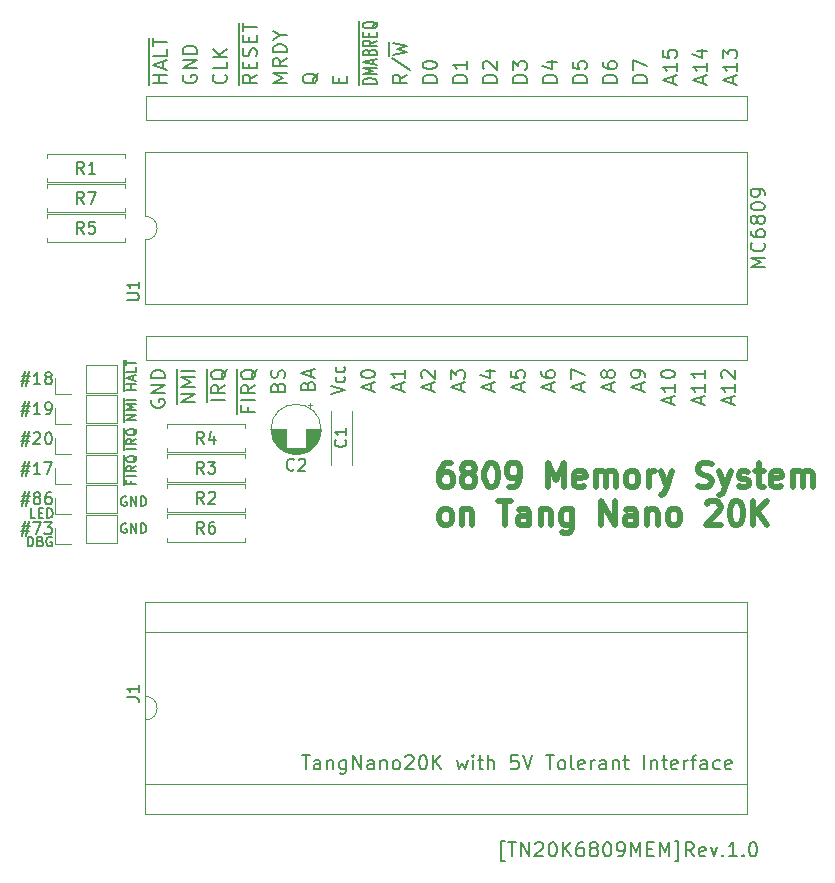
<source format=gbr>
%TF.GenerationSoftware,KiCad,Pcbnew,7.0.6*%
%TF.CreationDate,2023-07-19T17:47:29+09:00*%
%TF.ProjectId,TangNano6809MEM,54616e67-4e61-46e6-9f36-3830394d454d,rev?*%
%TF.SameCoordinates,Original*%
%TF.FileFunction,Legend,Top*%
%TF.FilePolarity,Positive*%
%FSLAX46Y46*%
G04 Gerber Fmt 4.6, Leading zero omitted, Abs format (unit mm)*
G04 Created by KiCad (PCBNEW 7.0.6) date 2023-07-19 17:47:29*
%MOMM*%
%LPD*%
G01*
G04 APERTURE LIST*
%ADD10C,0.150000*%
%ADD11C,0.500000*%
%ADD12C,0.120000*%
%ADD13C,0.100000*%
G04 APERTURE END LIST*
D10*
X924160Y-32858152D02*
X1638445Y-32858152D01*
X1209874Y-32429580D02*
X924160Y-33715295D01*
X1543207Y-33286723D02*
X828922Y-33286723D01*
X1257493Y-33715295D02*
X1543207Y-32429580D01*
X2495588Y-33524819D02*
X1924160Y-33524819D01*
X2209874Y-33524819D02*
X2209874Y-32524819D01*
X2209874Y-32524819D02*
X2114636Y-32667676D01*
X2114636Y-32667676D02*
X2019398Y-32762914D01*
X2019398Y-32762914D02*
X1924160Y-32810533D01*
X2971779Y-33524819D02*
X3162255Y-33524819D01*
X3162255Y-33524819D02*
X3257493Y-33477200D01*
X3257493Y-33477200D02*
X3305112Y-33429580D01*
X3305112Y-33429580D02*
X3400350Y-33286723D01*
X3400350Y-33286723D02*
X3447969Y-33096247D01*
X3447969Y-33096247D02*
X3447969Y-32715295D01*
X3447969Y-32715295D02*
X3400350Y-32620057D01*
X3400350Y-32620057D02*
X3352731Y-32572438D01*
X3352731Y-32572438D02*
X3257493Y-32524819D01*
X3257493Y-32524819D02*
X3067017Y-32524819D01*
X3067017Y-32524819D02*
X2971779Y-32572438D01*
X2971779Y-32572438D02*
X2924160Y-32620057D01*
X2924160Y-32620057D02*
X2876541Y-32715295D01*
X2876541Y-32715295D02*
X2876541Y-32953390D01*
X2876541Y-32953390D02*
X2924160Y-33048628D01*
X2924160Y-33048628D02*
X2971779Y-33096247D01*
X2971779Y-33096247D02*
X3067017Y-33143866D01*
X3067017Y-33143866D02*
X3257493Y-33143866D01*
X3257493Y-33143866D02*
X3352731Y-33096247D01*
X3352731Y-33096247D02*
X3400350Y-33048628D01*
X3400350Y-33048628D02*
X3447969Y-32953390D01*
X27791771Y-5457601D02*
X27791771Y-5057601D01*
X28420342Y-4886173D02*
X28420342Y-5457601D01*
X28420342Y-5457601D02*
X27220342Y-5457601D01*
X27220342Y-5457601D02*
X27220342Y-4886173D01*
X35570485Y-31505540D02*
X35570485Y-30934112D01*
X35913342Y-31619826D02*
X34713342Y-31219826D01*
X34713342Y-31219826D02*
X35913342Y-30819826D01*
X34827628Y-30476969D02*
X34770485Y-30419826D01*
X34770485Y-30419826D02*
X34713342Y-30305541D01*
X34713342Y-30305541D02*
X34713342Y-30019826D01*
X34713342Y-30019826D02*
X34770485Y-29905541D01*
X34770485Y-29905541D02*
X34827628Y-29848398D01*
X34827628Y-29848398D02*
X34941914Y-29791255D01*
X34941914Y-29791255D02*
X35056200Y-29791255D01*
X35056200Y-29791255D02*
X35227628Y-29848398D01*
X35227628Y-29848398D02*
X35913342Y-30534112D01*
X35913342Y-30534112D02*
X35913342Y-29791255D01*
X27093342Y-31784874D02*
X28293342Y-31451541D01*
X28293342Y-31451541D02*
X27093342Y-31118208D01*
X28236200Y-30356303D02*
X28293342Y-30451541D01*
X28293342Y-30451541D02*
X28293342Y-30642017D01*
X28293342Y-30642017D02*
X28236200Y-30737255D01*
X28236200Y-30737255D02*
X28179057Y-30784874D01*
X28179057Y-30784874D02*
X28064771Y-30832493D01*
X28064771Y-30832493D02*
X27721914Y-30832493D01*
X27721914Y-30832493D02*
X27607628Y-30784874D01*
X27607628Y-30784874D02*
X27550485Y-30737255D01*
X27550485Y-30737255D02*
X27493342Y-30642017D01*
X27493342Y-30642017D02*
X27493342Y-30451541D01*
X27493342Y-30451541D02*
X27550485Y-30356303D01*
X28236200Y-29499160D02*
X28293342Y-29594398D01*
X28293342Y-29594398D02*
X28293342Y-29784874D01*
X28293342Y-29784874D02*
X28236200Y-29880112D01*
X28236200Y-29880112D02*
X28179057Y-29927731D01*
X28179057Y-29927731D02*
X28064771Y-29975350D01*
X28064771Y-29975350D02*
X27721914Y-29975350D01*
X27721914Y-29975350D02*
X27607628Y-29927731D01*
X27607628Y-29927731D02*
X27550485Y-29880112D01*
X27550485Y-29880112D02*
X27493342Y-29784874D01*
X27493342Y-29784874D02*
X27493342Y-29594398D01*
X27493342Y-29594398D02*
X27550485Y-29499160D01*
X40650485Y-31505540D02*
X40650485Y-30934112D01*
X40993342Y-31619826D02*
X39793342Y-31219826D01*
X39793342Y-31219826D02*
X40993342Y-30819826D01*
X40193342Y-29905541D02*
X40993342Y-29905541D01*
X39736200Y-30191255D02*
X40593342Y-30476969D01*
X40593342Y-30476969D02*
X40593342Y-29734112D01*
X30490485Y-31505540D02*
X30490485Y-30934112D01*
X30833342Y-31619826D02*
X29633342Y-31219826D01*
X29633342Y-31219826D02*
X30833342Y-30819826D01*
X29633342Y-30191255D02*
X29633342Y-30076969D01*
X29633342Y-30076969D02*
X29690485Y-29962683D01*
X29690485Y-29962683D02*
X29747628Y-29905541D01*
X29747628Y-29905541D02*
X29861914Y-29848398D01*
X29861914Y-29848398D02*
X30090485Y-29791255D01*
X30090485Y-29791255D02*
X30376200Y-29791255D01*
X30376200Y-29791255D02*
X30604771Y-29848398D01*
X30604771Y-29848398D02*
X30719057Y-29905541D01*
X30719057Y-29905541D02*
X30776200Y-29962683D01*
X30776200Y-29962683D02*
X30833342Y-30076969D01*
X30833342Y-30076969D02*
X30833342Y-30191255D01*
X30833342Y-30191255D02*
X30776200Y-30305541D01*
X30776200Y-30305541D02*
X30719057Y-30362683D01*
X30719057Y-30362683D02*
X30604771Y-30419826D01*
X30604771Y-30419826D02*
X30376200Y-30476969D01*
X30376200Y-30476969D02*
X30090485Y-30476969D01*
X30090485Y-30476969D02*
X29861914Y-30419826D01*
X29861914Y-30419826D02*
X29747628Y-30362683D01*
X29747628Y-30362683D02*
X29690485Y-30305541D01*
X29690485Y-30305541D02*
X29633342Y-30191255D01*
X22584771Y-31219826D02*
X22641914Y-31048398D01*
X22641914Y-31048398D02*
X22699057Y-30991255D01*
X22699057Y-30991255D02*
X22813342Y-30934112D01*
X22813342Y-30934112D02*
X22984771Y-30934112D01*
X22984771Y-30934112D02*
X23099057Y-30991255D01*
X23099057Y-30991255D02*
X23156200Y-31048398D01*
X23156200Y-31048398D02*
X23213342Y-31162683D01*
X23213342Y-31162683D02*
X23213342Y-31619826D01*
X23213342Y-31619826D02*
X22013342Y-31619826D01*
X22013342Y-31619826D02*
X22013342Y-31219826D01*
X22013342Y-31219826D02*
X22070485Y-31105541D01*
X22070485Y-31105541D02*
X22127628Y-31048398D01*
X22127628Y-31048398D02*
X22241914Y-30991255D01*
X22241914Y-30991255D02*
X22356200Y-30991255D01*
X22356200Y-30991255D02*
X22470485Y-31048398D01*
X22470485Y-31048398D02*
X22527628Y-31105541D01*
X22527628Y-31105541D02*
X22584771Y-31219826D01*
X22584771Y-31219826D02*
X22584771Y-31619826D01*
X23156200Y-30476969D02*
X23213342Y-30305541D01*
X23213342Y-30305541D02*
X23213342Y-30019826D01*
X23213342Y-30019826D02*
X23156200Y-29905541D01*
X23156200Y-29905541D02*
X23099057Y-29848398D01*
X23099057Y-29848398D02*
X22984771Y-29791255D01*
X22984771Y-29791255D02*
X22870485Y-29791255D01*
X22870485Y-29791255D02*
X22756200Y-29848398D01*
X22756200Y-29848398D02*
X22699057Y-29905541D01*
X22699057Y-29905541D02*
X22641914Y-30019826D01*
X22641914Y-30019826D02*
X22584771Y-30248398D01*
X22584771Y-30248398D02*
X22527628Y-30362683D01*
X22527628Y-30362683D02*
X22470485Y-30419826D01*
X22470485Y-30419826D02*
X22356200Y-30476969D01*
X22356200Y-30476969D02*
X22241914Y-30476969D01*
X22241914Y-30476969D02*
X22127628Y-30419826D01*
X22127628Y-30419826D02*
X22070485Y-30362683D01*
X22070485Y-30362683D02*
X22013342Y-30248398D01*
X22013342Y-30248398D02*
X22013342Y-29962683D01*
X22013342Y-29962683D02*
X22070485Y-29791255D01*
X9756744Y-40534390D02*
X9680554Y-40496295D01*
X9680554Y-40496295D02*
X9566268Y-40496295D01*
X9566268Y-40496295D02*
X9451982Y-40534390D01*
X9451982Y-40534390D02*
X9375792Y-40610580D01*
X9375792Y-40610580D02*
X9337697Y-40686771D01*
X9337697Y-40686771D02*
X9299601Y-40839152D01*
X9299601Y-40839152D02*
X9299601Y-40953438D01*
X9299601Y-40953438D02*
X9337697Y-41105819D01*
X9337697Y-41105819D02*
X9375792Y-41182009D01*
X9375792Y-41182009D02*
X9451982Y-41258200D01*
X9451982Y-41258200D02*
X9566268Y-41296295D01*
X9566268Y-41296295D02*
X9642459Y-41296295D01*
X9642459Y-41296295D02*
X9756744Y-41258200D01*
X9756744Y-41258200D02*
X9794840Y-41220104D01*
X9794840Y-41220104D02*
X9794840Y-40953438D01*
X9794840Y-40953438D02*
X9642459Y-40953438D01*
X10137697Y-41296295D02*
X10137697Y-40496295D01*
X10137697Y-40496295D02*
X10594840Y-41296295D01*
X10594840Y-41296295D02*
X10594840Y-40496295D01*
X10975792Y-41296295D02*
X10975792Y-40496295D01*
X10975792Y-40496295D02*
X11166268Y-40496295D01*
X11166268Y-40496295D02*
X11280554Y-40534390D01*
X11280554Y-40534390D02*
X11356744Y-40610580D01*
X11356744Y-40610580D02*
X11394839Y-40686771D01*
X11394839Y-40686771D02*
X11432935Y-40839152D01*
X11432935Y-40839152D02*
X11432935Y-40953438D01*
X11432935Y-40953438D02*
X11394839Y-41105819D01*
X11394839Y-41105819D02*
X11356744Y-41182009D01*
X11356744Y-41182009D02*
X11280554Y-41258200D01*
X11280554Y-41258200D02*
X11166268Y-41296295D01*
X11166268Y-41296295D02*
X10975792Y-41296295D01*
X924160Y-37938152D02*
X1638445Y-37938152D01*
X1209874Y-37509580D02*
X924160Y-38795295D01*
X1543207Y-38366723D02*
X828922Y-38366723D01*
X1257493Y-38795295D02*
X1543207Y-37509580D01*
X2495588Y-38604819D02*
X1924160Y-38604819D01*
X2209874Y-38604819D02*
X2209874Y-37604819D01*
X2209874Y-37604819D02*
X2114636Y-37747676D01*
X2114636Y-37747676D02*
X2019398Y-37842914D01*
X2019398Y-37842914D02*
X1924160Y-37890533D01*
X2828922Y-37604819D02*
X3495588Y-37604819D01*
X3495588Y-37604819D02*
X3067017Y-38604819D01*
X41801315Y-71365342D02*
X41515601Y-71365342D01*
X41515601Y-71365342D02*
X41515601Y-69651057D01*
X41515601Y-69651057D02*
X41801315Y-69651057D01*
X42087029Y-69765342D02*
X42772744Y-69765342D01*
X42429886Y-70965342D02*
X42429886Y-69765342D01*
X43172744Y-70965342D02*
X43172744Y-69765342D01*
X43172744Y-69765342D02*
X43858458Y-70965342D01*
X43858458Y-70965342D02*
X43858458Y-69765342D01*
X44372744Y-69879628D02*
X44429887Y-69822485D01*
X44429887Y-69822485D02*
X44544173Y-69765342D01*
X44544173Y-69765342D02*
X44829887Y-69765342D01*
X44829887Y-69765342D02*
X44944173Y-69822485D01*
X44944173Y-69822485D02*
X45001315Y-69879628D01*
X45001315Y-69879628D02*
X45058458Y-69993914D01*
X45058458Y-69993914D02*
X45058458Y-70108200D01*
X45058458Y-70108200D02*
X45001315Y-70279628D01*
X45001315Y-70279628D02*
X44315601Y-70965342D01*
X44315601Y-70965342D02*
X45058458Y-70965342D01*
X45801315Y-69765342D02*
X45915601Y-69765342D01*
X45915601Y-69765342D02*
X46029887Y-69822485D01*
X46029887Y-69822485D02*
X46087030Y-69879628D01*
X46087030Y-69879628D02*
X46144172Y-69993914D01*
X46144172Y-69993914D02*
X46201315Y-70222485D01*
X46201315Y-70222485D02*
X46201315Y-70508200D01*
X46201315Y-70508200D02*
X46144172Y-70736771D01*
X46144172Y-70736771D02*
X46087030Y-70851057D01*
X46087030Y-70851057D02*
X46029887Y-70908200D01*
X46029887Y-70908200D02*
X45915601Y-70965342D01*
X45915601Y-70965342D02*
X45801315Y-70965342D01*
X45801315Y-70965342D02*
X45687030Y-70908200D01*
X45687030Y-70908200D02*
X45629887Y-70851057D01*
X45629887Y-70851057D02*
X45572744Y-70736771D01*
X45572744Y-70736771D02*
X45515601Y-70508200D01*
X45515601Y-70508200D02*
X45515601Y-70222485D01*
X45515601Y-70222485D02*
X45572744Y-69993914D01*
X45572744Y-69993914D02*
X45629887Y-69879628D01*
X45629887Y-69879628D02*
X45687030Y-69822485D01*
X45687030Y-69822485D02*
X45801315Y-69765342D01*
X46715601Y-70965342D02*
X46715601Y-69765342D01*
X47401315Y-70965342D02*
X46887029Y-70279628D01*
X47401315Y-69765342D02*
X46715601Y-70451057D01*
X48429887Y-69765342D02*
X48201315Y-69765342D01*
X48201315Y-69765342D02*
X48087029Y-69822485D01*
X48087029Y-69822485D02*
X48029887Y-69879628D01*
X48029887Y-69879628D02*
X47915601Y-70051057D01*
X47915601Y-70051057D02*
X47858458Y-70279628D01*
X47858458Y-70279628D02*
X47858458Y-70736771D01*
X47858458Y-70736771D02*
X47915601Y-70851057D01*
X47915601Y-70851057D02*
X47972744Y-70908200D01*
X47972744Y-70908200D02*
X48087029Y-70965342D01*
X48087029Y-70965342D02*
X48315601Y-70965342D01*
X48315601Y-70965342D02*
X48429887Y-70908200D01*
X48429887Y-70908200D02*
X48487029Y-70851057D01*
X48487029Y-70851057D02*
X48544172Y-70736771D01*
X48544172Y-70736771D02*
X48544172Y-70451057D01*
X48544172Y-70451057D02*
X48487029Y-70336771D01*
X48487029Y-70336771D02*
X48429887Y-70279628D01*
X48429887Y-70279628D02*
X48315601Y-70222485D01*
X48315601Y-70222485D02*
X48087029Y-70222485D01*
X48087029Y-70222485D02*
X47972744Y-70279628D01*
X47972744Y-70279628D02*
X47915601Y-70336771D01*
X47915601Y-70336771D02*
X47858458Y-70451057D01*
X49229886Y-70279628D02*
X49115601Y-70222485D01*
X49115601Y-70222485D02*
X49058458Y-70165342D01*
X49058458Y-70165342D02*
X49001315Y-70051057D01*
X49001315Y-70051057D02*
X49001315Y-69993914D01*
X49001315Y-69993914D02*
X49058458Y-69879628D01*
X49058458Y-69879628D02*
X49115601Y-69822485D01*
X49115601Y-69822485D02*
X49229886Y-69765342D01*
X49229886Y-69765342D02*
X49458458Y-69765342D01*
X49458458Y-69765342D02*
X49572744Y-69822485D01*
X49572744Y-69822485D02*
X49629886Y-69879628D01*
X49629886Y-69879628D02*
X49687029Y-69993914D01*
X49687029Y-69993914D02*
X49687029Y-70051057D01*
X49687029Y-70051057D02*
X49629886Y-70165342D01*
X49629886Y-70165342D02*
X49572744Y-70222485D01*
X49572744Y-70222485D02*
X49458458Y-70279628D01*
X49458458Y-70279628D02*
X49229886Y-70279628D01*
X49229886Y-70279628D02*
X49115601Y-70336771D01*
X49115601Y-70336771D02*
X49058458Y-70393914D01*
X49058458Y-70393914D02*
X49001315Y-70508200D01*
X49001315Y-70508200D02*
X49001315Y-70736771D01*
X49001315Y-70736771D02*
X49058458Y-70851057D01*
X49058458Y-70851057D02*
X49115601Y-70908200D01*
X49115601Y-70908200D02*
X49229886Y-70965342D01*
X49229886Y-70965342D02*
X49458458Y-70965342D01*
X49458458Y-70965342D02*
X49572744Y-70908200D01*
X49572744Y-70908200D02*
X49629886Y-70851057D01*
X49629886Y-70851057D02*
X49687029Y-70736771D01*
X49687029Y-70736771D02*
X49687029Y-70508200D01*
X49687029Y-70508200D02*
X49629886Y-70393914D01*
X49629886Y-70393914D02*
X49572744Y-70336771D01*
X49572744Y-70336771D02*
X49458458Y-70279628D01*
X50429886Y-69765342D02*
X50544172Y-69765342D01*
X50544172Y-69765342D02*
X50658458Y-69822485D01*
X50658458Y-69822485D02*
X50715601Y-69879628D01*
X50715601Y-69879628D02*
X50772743Y-69993914D01*
X50772743Y-69993914D02*
X50829886Y-70222485D01*
X50829886Y-70222485D02*
X50829886Y-70508200D01*
X50829886Y-70508200D02*
X50772743Y-70736771D01*
X50772743Y-70736771D02*
X50715601Y-70851057D01*
X50715601Y-70851057D02*
X50658458Y-70908200D01*
X50658458Y-70908200D02*
X50544172Y-70965342D01*
X50544172Y-70965342D02*
X50429886Y-70965342D01*
X50429886Y-70965342D02*
X50315601Y-70908200D01*
X50315601Y-70908200D02*
X50258458Y-70851057D01*
X50258458Y-70851057D02*
X50201315Y-70736771D01*
X50201315Y-70736771D02*
X50144172Y-70508200D01*
X50144172Y-70508200D02*
X50144172Y-70222485D01*
X50144172Y-70222485D02*
X50201315Y-69993914D01*
X50201315Y-69993914D02*
X50258458Y-69879628D01*
X50258458Y-69879628D02*
X50315601Y-69822485D01*
X50315601Y-69822485D02*
X50429886Y-69765342D01*
X51401315Y-70965342D02*
X51629886Y-70965342D01*
X51629886Y-70965342D02*
X51744172Y-70908200D01*
X51744172Y-70908200D02*
X51801315Y-70851057D01*
X51801315Y-70851057D02*
X51915600Y-70679628D01*
X51915600Y-70679628D02*
X51972743Y-70451057D01*
X51972743Y-70451057D02*
X51972743Y-69993914D01*
X51972743Y-69993914D02*
X51915600Y-69879628D01*
X51915600Y-69879628D02*
X51858458Y-69822485D01*
X51858458Y-69822485D02*
X51744172Y-69765342D01*
X51744172Y-69765342D02*
X51515600Y-69765342D01*
X51515600Y-69765342D02*
X51401315Y-69822485D01*
X51401315Y-69822485D02*
X51344172Y-69879628D01*
X51344172Y-69879628D02*
X51287029Y-69993914D01*
X51287029Y-69993914D02*
X51287029Y-70279628D01*
X51287029Y-70279628D02*
X51344172Y-70393914D01*
X51344172Y-70393914D02*
X51401315Y-70451057D01*
X51401315Y-70451057D02*
X51515600Y-70508200D01*
X51515600Y-70508200D02*
X51744172Y-70508200D01*
X51744172Y-70508200D02*
X51858458Y-70451057D01*
X51858458Y-70451057D02*
X51915600Y-70393914D01*
X51915600Y-70393914D02*
X51972743Y-70279628D01*
X52487029Y-70965342D02*
X52487029Y-69765342D01*
X52487029Y-69765342D02*
X52887029Y-70622485D01*
X52887029Y-70622485D02*
X53287029Y-69765342D01*
X53287029Y-69765342D02*
X53287029Y-70965342D01*
X53858458Y-70336771D02*
X54258458Y-70336771D01*
X54429886Y-70965342D02*
X53858458Y-70965342D01*
X53858458Y-70965342D02*
X53858458Y-69765342D01*
X53858458Y-69765342D02*
X54429886Y-69765342D01*
X54944172Y-70965342D02*
X54944172Y-69765342D01*
X54944172Y-69765342D02*
X55344172Y-70622485D01*
X55344172Y-70622485D02*
X55744172Y-69765342D01*
X55744172Y-69765342D02*
X55744172Y-70965342D01*
X56201315Y-71365342D02*
X56487029Y-71365342D01*
X56487029Y-71365342D02*
X56487029Y-69651057D01*
X56487029Y-69651057D02*
X56201315Y-69651057D01*
X57801315Y-70965342D02*
X57401315Y-70393914D01*
X57115601Y-70965342D02*
X57115601Y-69765342D01*
X57115601Y-69765342D02*
X57572744Y-69765342D01*
X57572744Y-69765342D02*
X57687029Y-69822485D01*
X57687029Y-69822485D02*
X57744172Y-69879628D01*
X57744172Y-69879628D02*
X57801315Y-69993914D01*
X57801315Y-69993914D02*
X57801315Y-70165342D01*
X57801315Y-70165342D02*
X57744172Y-70279628D01*
X57744172Y-70279628D02*
X57687029Y-70336771D01*
X57687029Y-70336771D02*
X57572744Y-70393914D01*
X57572744Y-70393914D02*
X57115601Y-70393914D01*
X58772744Y-70908200D02*
X58658458Y-70965342D01*
X58658458Y-70965342D02*
X58429887Y-70965342D01*
X58429887Y-70965342D02*
X58315601Y-70908200D01*
X58315601Y-70908200D02*
X58258458Y-70793914D01*
X58258458Y-70793914D02*
X58258458Y-70336771D01*
X58258458Y-70336771D02*
X58315601Y-70222485D01*
X58315601Y-70222485D02*
X58429887Y-70165342D01*
X58429887Y-70165342D02*
X58658458Y-70165342D01*
X58658458Y-70165342D02*
X58772744Y-70222485D01*
X58772744Y-70222485D02*
X58829887Y-70336771D01*
X58829887Y-70336771D02*
X58829887Y-70451057D01*
X58829887Y-70451057D02*
X58258458Y-70565342D01*
X59229886Y-70165342D02*
X59515600Y-70965342D01*
X59515600Y-70965342D02*
X59801315Y-70165342D01*
X60258458Y-70851057D02*
X60315601Y-70908200D01*
X60315601Y-70908200D02*
X60258458Y-70965342D01*
X60258458Y-70965342D02*
X60201315Y-70908200D01*
X60201315Y-70908200D02*
X60258458Y-70851057D01*
X60258458Y-70851057D02*
X60258458Y-70965342D01*
X61458458Y-70965342D02*
X60772744Y-70965342D01*
X61115601Y-70965342D02*
X61115601Y-69765342D01*
X61115601Y-69765342D02*
X61001315Y-69936771D01*
X61001315Y-69936771D02*
X60887030Y-70051057D01*
X60887030Y-70051057D02*
X60772744Y-70108200D01*
X61972744Y-70851057D02*
X62029887Y-70908200D01*
X62029887Y-70908200D02*
X61972744Y-70965342D01*
X61972744Y-70965342D02*
X61915601Y-70908200D01*
X61915601Y-70908200D02*
X61972744Y-70851057D01*
X61972744Y-70851057D02*
X61972744Y-70965342D01*
X62772744Y-69765342D02*
X62887030Y-69765342D01*
X62887030Y-69765342D02*
X63001316Y-69822485D01*
X63001316Y-69822485D02*
X63058459Y-69879628D01*
X63058459Y-69879628D02*
X63115601Y-69993914D01*
X63115601Y-69993914D02*
X63172744Y-70222485D01*
X63172744Y-70222485D02*
X63172744Y-70508200D01*
X63172744Y-70508200D02*
X63115601Y-70736771D01*
X63115601Y-70736771D02*
X63058459Y-70851057D01*
X63058459Y-70851057D02*
X63001316Y-70908200D01*
X63001316Y-70908200D02*
X62887030Y-70965342D01*
X62887030Y-70965342D02*
X62772744Y-70965342D01*
X62772744Y-70965342D02*
X62658459Y-70908200D01*
X62658459Y-70908200D02*
X62601316Y-70851057D01*
X62601316Y-70851057D02*
X62544173Y-70736771D01*
X62544173Y-70736771D02*
X62487030Y-70508200D01*
X62487030Y-70508200D02*
X62487030Y-70222485D01*
X62487030Y-70222485D02*
X62544173Y-69993914D01*
X62544173Y-69993914D02*
X62601316Y-69879628D01*
X62601316Y-69879628D02*
X62658459Y-69822485D01*
X62658459Y-69822485D02*
X62772744Y-69765342D01*
X55890485Y-32648397D02*
X55890485Y-32076969D01*
X56233342Y-32762683D02*
X55033342Y-32362683D01*
X55033342Y-32362683D02*
X56233342Y-31962683D01*
X56233342Y-30934112D02*
X56233342Y-31619826D01*
X56233342Y-31276969D02*
X55033342Y-31276969D01*
X55033342Y-31276969D02*
X55204771Y-31391255D01*
X55204771Y-31391255D02*
X55319057Y-31505540D01*
X55319057Y-31505540D02*
X55376200Y-31619826D01*
X55033342Y-30191255D02*
X55033342Y-30076969D01*
X55033342Y-30076969D02*
X55090485Y-29962683D01*
X55090485Y-29962683D02*
X55147628Y-29905541D01*
X55147628Y-29905541D02*
X55261914Y-29848398D01*
X55261914Y-29848398D02*
X55490485Y-29791255D01*
X55490485Y-29791255D02*
X55776200Y-29791255D01*
X55776200Y-29791255D02*
X56004771Y-29848398D01*
X56004771Y-29848398D02*
X56119057Y-29905541D01*
X56119057Y-29905541D02*
X56176200Y-29962683D01*
X56176200Y-29962683D02*
X56233342Y-30076969D01*
X56233342Y-30076969D02*
X56233342Y-30191255D01*
X56233342Y-30191255D02*
X56176200Y-30305541D01*
X56176200Y-30305541D02*
X56119057Y-30362683D01*
X56119057Y-30362683D02*
X56004771Y-30419826D01*
X56004771Y-30419826D02*
X55776200Y-30476969D01*
X55776200Y-30476969D02*
X55490485Y-30476969D01*
X55490485Y-30476969D02*
X55261914Y-30419826D01*
X55261914Y-30419826D02*
X55147628Y-30362683D01*
X55147628Y-30362683D02*
X55090485Y-30305541D01*
X55090485Y-30305541D02*
X55033342Y-30191255D01*
X924160Y-35398152D02*
X1638445Y-35398152D01*
X1209874Y-34969580D02*
X924160Y-36255295D01*
X1543207Y-35826723D02*
X828922Y-35826723D01*
X1257493Y-36255295D02*
X1543207Y-34969580D01*
X1924160Y-35160057D02*
X1971779Y-35112438D01*
X1971779Y-35112438D02*
X2067017Y-35064819D01*
X2067017Y-35064819D02*
X2305112Y-35064819D01*
X2305112Y-35064819D02*
X2400350Y-35112438D01*
X2400350Y-35112438D02*
X2447969Y-35160057D01*
X2447969Y-35160057D02*
X2495588Y-35255295D01*
X2495588Y-35255295D02*
X2495588Y-35350533D01*
X2495588Y-35350533D02*
X2447969Y-35493390D01*
X2447969Y-35493390D02*
X1876541Y-36064819D01*
X1876541Y-36064819D02*
X2495588Y-36064819D01*
X3114636Y-35064819D02*
X3209874Y-35064819D01*
X3209874Y-35064819D02*
X3305112Y-35112438D01*
X3305112Y-35112438D02*
X3352731Y-35160057D01*
X3352731Y-35160057D02*
X3400350Y-35255295D01*
X3400350Y-35255295D02*
X3447969Y-35445771D01*
X3447969Y-35445771D02*
X3447969Y-35683866D01*
X3447969Y-35683866D02*
X3400350Y-35874342D01*
X3400350Y-35874342D02*
X3352731Y-35969580D01*
X3352731Y-35969580D02*
X3305112Y-36017200D01*
X3305112Y-36017200D02*
X3209874Y-36064819D01*
X3209874Y-36064819D02*
X3114636Y-36064819D01*
X3114636Y-36064819D02*
X3019398Y-36017200D01*
X3019398Y-36017200D02*
X2971779Y-35969580D01*
X2971779Y-35969580D02*
X2924160Y-35874342D01*
X2924160Y-35874342D02*
X2876541Y-35683866D01*
X2876541Y-35683866D02*
X2876541Y-35445771D01*
X2876541Y-35445771D02*
X2924160Y-35255295D01*
X2924160Y-35255295D02*
X2971779Y-35160057D01*
X2971779Y-35160057D02*
X3019398Y-35112438D01*
X3019398Y-35112438D02*
X3114636Y-35064819D01*
X15593342Y-32476970D02*
X14393342Y-32476970D01*
X14393342Y-32476970D02*
X15593342Y-31791256D01*
X15593342Y-31791256D02*
X14393342Y-31791256D01*
X15593342Y-31219827D02*
X14393342Y-31219827D01*
X14393342Y-31219827D02*
X15250485Y-30819827D01*
X15250485Y-30819827D02*
X14393342Y-30419827D01*
X14393342Y-30419827D02*
X15593342Y-30419827D01*
X15593342Y-29848398D02*
X14393342Y-29848398D01*
X14060200Y-32642685D02*
X14060200Y-29682684D01*
X53820342Y-5457601D02*
X52620342Y-5457601D01*
X52620342Y-5457601D02*
X52620342Y-5171887D01*
X52620342Y-5171887D02*
X52677485Y-5000458D01*
X52677485Y-5000458D02*
X52791771Y-4886173D01*
X52791771Y-4886173D02*
X52906057Y-4829030D01*
X52906057Y-4829030D02*
X53134628Y-4771887D01*
X53134628Y-4771887D02*
X53306057Y-4771887D01*
X53306057Y-4771887D02*
X53534628Y-4829030D01*
X53534628Y-4829030D02*
X53648914Y-4886173D01*
X53648914Y-4886173D02*
X53763200Y-5000458D01*
X53763200Y-5000458D02*
X53820342Y-5171887D01*
X53820342Y-5171887D02*
X53820342Y-5457601D01*
X52620342Y-4371887D02*
X52620342Y-3571887D01*
X52620342Y-3571887D02*
X53820342Y-4086173D01*
X1432160Y-44725295D02*
X1432160Y-43925295D01*
X1432160Y-43925295D02*
X1622636Y-43925295D01*
X1622636Y-43925295D02*
X1736922Y-43963390D01*
X1736922Y-43963390D02*
X1813112Y-44039580D01*
X1813112Y-44039580D02*
X1851207Y-44115771D01*
X1851207Y-44115771D02*
X1889303Y-44268152D01*
X1889303Y-44268152D02*
X1889303Y-44382438D01*
X1889303Y-44382438D02*
X1851207Y-44534819D01*
X1851207Y-44534819D02*
X1813112Y-44611009D01*
X1813112Y-44611009D02*
X1736922Y-44687200D01*
X1736922Y-44687200D02*
X1622636Y-44725295D01*
X1622636Y-44725295D02*
X1432160Y-44725295D01*
X2498826Y-44306247D02*
X2613112Y-44344342D01*
X2613112Y-44344342D02*
X2651207Y-44382438D01*
X2651207Y-44382438D02*
X2689303Y-44458628D01*
X2689303Y-44458628D02*
X2689303Y-44572914D01*
X2689303Y-44572914D02*
X2651207Y-44649104D01*
X2651207Y-44649104D02*
X2613112Y-44687200D01*
X2613112Y-44687200D02*
X2536922Y-44725295D01*
X2536922Y-44725295D02*
X2232160Y-44725295D01*
X2232160Y-44725295D02*
X2232160Y-43925295D01*
X2232160Y-43925295D02*
X2498826Y-43925295D01*
X2498826Y-43925295D02*
X2575017Y-43963390D01*
X2575017Y-43963390D02*
X2613112Y-44001485D01*
X2613112Y-44001485D02*
X2651207Y-44077676D01*
X2651207Y-44077676D02*
X2651207Y-44153866D01*
X2651207Y-44153866D02*
X2613112Y-44230057D01*
X2613112Y-44230057D02*
X2575017Y-44268152D01*
X2575017Y-44268152D02*
X2498826Y-44306247D01*
X2498826Y-44306247D02*
X2232160Y-44306247D01*
X3451207Y-43963390D02*
X3375017Y-43925295D01*
X3375017Y-43925295D02*
X3260731Y-43925295D01*
X3260731Y-43925295D02*
X3146445Y-43963390D01*
X3146445Y-43963390D02*
X3070255Y-44039580D01*
X3070255Y-44039580D02*
X3032160Y-44115771D01*
X3032160Y-44115771D02*
X2994064Y-44268152D01*
X2994064Y-44268152D02*
X2994064Y-44382438D01*
X2994064Y-44382438D02*
X3032160Y-44534819D01*
X3032160Y-44534819D02*
X3070255Y-44611009D01*
X3070255Y-44611009D02*
X3146445Y-44687200D01*
X3146445Y-44687200D02*
X3260731Y-44725295D01*
X3260731Y-44725295D02*
X3336922Y-44725295D01*
X3336922Y-44725295D02*
X3451207Y-44687200D01*
X3451207Y-44687200D02*
X3489303Y-44649104D01*
X3489303Y-44649104D02*
X3489303Y-44382438D01*
X3489303Y-44382438D02*
X3336922Y-44382438D01*
X41120342Y-5457601D02*
X39920342Y-5457601D01*
X39920342Y-5457601D02*
X39920342Y-5171887D01*
X39920342Y-5171887D02*
X39977485Y-5000458D01*
X39977485Y-5000458D02*
X40091771Y-4886173D01*
X40091771Y-4886173D02*
X40206057Y-4829030D01*
X40206057Y-4829030D02*
X40434628Y-4771887D01*
X40434628Y-4771887D02*
X40606057Y-4771887D01*
X40606057Y-4771887D02*
X40834628Y-4829030D01*
X40834628Y-4829030D02*
X40948914Y-4886173D01*
X40948914Y-4886173D02*
X41063200Y-5000458D01*
X41063200Y-5000458D02*
X41120342Y-5171887D01*
X41120342Y-5171887D02*
X41120342Y-5457601D01*
X40034628Y-4314744D02*
X39977485Y-4257601D01*
X39977485Y-4257601D02*
X39920342Y-4143316D01*
X39920342Y-4143316D02*
X39920342Y-3857601D01*
X39920342Y-3857601D02*
X39977485Y-3743316D01*
X39977485Y-3743316D02*
X40034628Y-3686173D01*
X40034628Y-3686173D02*
X40148914Y-3629030D01*
X40148914Y-3629030D02*
X40263200Y-3629030D01*
X40263200Y-3629030D02*
X40434628Y-3686173D01*
X40434628Y-3686173D02*
X41120342Y-4371887D01*
X41120342Y-4371887D02*
X41120342Y-3629030D01*
X38110485Y-31505540D02*
X38110485Y-30934112D01*
X38453342Y-31619826D02*
X37253342Y-31219826D01*
X37253342Y-31219826D02*
X38453342Y-30819826D01*
X37253342Y-30534112D02*
X37253342Y-29791255D01*
X37253342Y-29791255D02*
X37710485Y-30191255D01*
X37710485Y-30191255D02*
X37710485Y-30019826D01*
X37710485Y-30019826D02*
X37767628Y-29905541D01*
X37767628Y-29905541D02*
X37824771Y-29848398D01*
X37824771Y-29848398D02*
X37939057Y-29791255D01*
X37939057Y-29791255D02*
X38224771Y-29791255D01*
X38224771Y-29791255D02*
X38339057Y-29848398D01*
X38339057Y-29848398D02*
X38396200Y-29905541D01*
X38396200Y-29905541D02*
X38453342Y-30019826D01*
X38453342Y-30019826D02*
X38453342Y-30362683D01*
X38453342Y-30362683D02*
X38396200Y-30476969D01*
X38396200Y-30476969D02*
X38339057Y-30534112D01*
X13180342Y-5457601D02*
X11980342Y-5457601D01*
X12551771Y-5457601D02*
X12551771Y-4771887D01*
X13180342Y-4771887D02*
X11980342Y-4771887D01*
X12837485Y-4257601D02*
X12837485Y-3686173D01*
X13180342Y-4371887D02*
X11980342Y-3971887D01*
X11980342Y-3971887D02*
X13180342Y-3571887D01*
X13180342Y-2600459D02*
X13180342Y-3171887D01*
X13180342Y-3171887D02*
X11980342Y-3171887D01*
X11980342Y-2371887D02*
X11980342Y-1686173D01*
X13180342Y-2029030D02*
X11980342Y-2029030D01*
X11647200Y-5623316D02*
X11647200Y-1691887D01*
X20800342Y-4771887D02*
X20228914Y-5171887D01*
X20800342Y-5457601D02*
X19600342Y-5457601D01*
X19600342Y-5457601D02*
X19600342Y-5000458D01*
X19600342Y-5000458D02*
X19657485Y-4886173D01*
X19657485Y-4886173D02*
X19714628Y-4829030D01*
X19714628Y-4829030D02*
X19828914Y-4771887D01*
X19828914Y-4771887D02*
X20000342Y-4771887D01*
X20000342Y-4771887D02*
X20114628Y-4829030D01*
X20114628Y-4829030D02*
X20171771Y-4886173D01*
X20171771Y-4886173D02*
X20228914Y-5000458D01*
X20228914Y-5000458D02*
X20228914Y-5457601D01*
X20171771Y-4257601D02*
X20171771Y-3857601D01*
X20800342Y-3686173D02*
X20800342Y-4257601D01*
X20800342Y-4257601D02*
X19600342Y-4257601D01*
X19600342Y-4257601D02*
X19600342Y-3686173D01*
X20743200Y-3229030D02*
X20800342Y-3057602D01*
X20800342Y-3057602D02*
X20800342Y-2771887D01*
X20800342Y-2771887D02*
X20743200Y-2657602D01*
X20743200Y-2657602D02*
X20686057Y-2600459D01*
X20686057Y-2600459D02*
X20571771Y-2543316D01*
X20571771Y-2543316D02*
X20457485Y-2543316D01*
X20457485Y-2543316D02*
X20343200Y-2600459D01*
X20343200Y-2600459D02*
X20286057Y-2657602D01*
X20286057Y-2657602D02*
X20228914Y-2771887D01*
X20228914Y-2771887D02*
X20171771Y-3000459D01*
X20171771Y-3000459D02*
X20114628Y-3114744D01*
X20114628Y-3114744D02*
X20057485Y-3171887D01*
X20057485Y-3171887D02*
X19943200Y-3229030D01*
X19943200Y-3229030D02*
X19828914Y-3229030D01*
X19828914Y-3229030D02*
X19714628Y-3171887D01*
X19714628Y-3171887D02*
X19657485Y-3114744D01*
X19657485Y-3114744D02*
X19600342Y-3000459D01*
X19600342Y-3000459D02*
X19600342Y-2714744D01*
X19600342Y-2714744D02*
X19657485Y-2543316D01*
X20171771Y-2029030D02*
X20171771Y-1629030D01*
X20800342Y-1457602D02*
X20800342Y-2029030D01*
X20800342Y-2029030D02*
X19600342Y-2029030D01*
X19600342Y-2029030D02*
X19600342Y-1457602D01*
X19600342Y-1114745D02*
X19600342Y-429031D01*
X20800342Y-771888D02*
X19600342Y-771888D01*
X19267200Y-5623316D02*
X19267200Y-434745D01*
X10562295Y-36471254D02*
X9762295Y-36471254D01*
X10562295Y-35633159D02*
X10181342Y-35899826D01*
X10562295Y-36090302D02*
X9762295Y-36090302D01*
X9762295Y-36090302D02*
X9762295Y-35785540D01*
X9762295Y-35785540D02*
X9800390Y-35709350D01*
X9800390Y-35709350D02*
X9838485Y-35671255D01*
X9838485Y-35671255D02*
X9914676Y-35633159D01*
X9914676Y-35633159D02*
X10028961Y-35633159D01*
X10028961Y-35633159D02*
X10105152Y-35671255D01*
X10105152Y-35671255D02*
X10143247Y-35709350D01*
X10143247Y-35709350D02*
X10181342Y-35785540D01*
X10181342Y-35785540D02*
X10181342Y-36090302D01*
X10638485Y-34756969D02*
X10600390Y-34833159D01*
X10600390Y-34833159D02*
X10524200Y-34909350D01*
X10524200Y-34909350D02*
X10409914Y-35023636D01*
X10409914Y-35023636D02*
X10371819Y-35099826D01*
X10371819Y-35099826D02*
X10371819Y-35176017D01*
X10562295Y-35137921D02*
X10524200Y-35214112D01*
X10524200Y-35214112D02*
X10448009Y-35290302D01*
X10448009Y-35290302D02*
X10295628Y-35328398D01*
X10295628Y-35328398D02*
X10028961Y-35328398D01*
X10028961Y-35328398D02*
X9876580Y-35290302D01*
X9876580Y-35290302D02*
X9800390Y-35214112D01*
X9800390Y-35214112D02*
X9762295Y-35137921D01*
X9762295Y-35137921D02*
X9762295Y-34985540D01*
X9762295Y-34985540D02*
X9800390Y-34909350D01*
X9800390Y-34909350D02*
X9876580Y-34833159D01*
X9876580Y-34833159D02*
X10028961Y-34795064D01*
X10028961Y-34795064D02*
X10295628Y-34795064D01*
X10295628Y-34795064D02*
X10448009Y-34833159D01*
X10448009Y-34833159D02*
X10524200Y-34909350D01*
X10524200Y-34909350D02*
X10562295Y-34985540D01*
X10562295Y-34985540D02*
X10562295Y-35137921D01*
X9540200Y-36581731D02*
X9540200Y-34722684D01*
X23340342Y-5457601D02*
X22140342Y-5457601D01*
X22140342Y-5457601D02*
X22997485Y-5057601D01*
X22997485Y-5057601D02*
X22140342Y-4657601D01*
X22140342Y-4657601D02*
X23340342Y-4657601D01*
X23340342Y-3400458D02*
X22768914Y-3800458D01*
X23340342Y-4086172D02*
X22140342Y-4086172D01*
X22140342Y-4086172D02*
X22140342Y-3629029D01*
X22140342Y-3629029D02*
X22197485Y-3514744D01*
X22197485Y-3514744D02*
X22254628Y-3457601D01*
X22254628Y-3457601D02*
X22368914Y-3400458D01*
X22368914Y-3400458D02*
X22540342Y-3400458D01*
X22540342Y-3400458D02*
X22654628Y-3457601D01*
X22654628Y-3457601D02*
X22711771Y-3514744D01*
X22711771Y-3514744D02*
X22768914Y-3629029D01*
X22768914Y-3629029D02*
X22768914Y-4086172D01*
X23340342Y-2886172D02*
X22140342Y-2886172D01*
X22140342Y-2886172D02*
X22140342Y-2600458D01*
X22140342Y-2600458D02*
X22197485Y-2429029D01*
X22197485Y-2429029D02*
X22311771Y-2314744D01*
X22311771Y-2314744D02*
X22426057Y-2257601D01*
X22426057Y-2257601D02*
X22654628Y-2200458D01*
X22654628Y-2200458D02*
X22826057Y-2200458D01*
X22826057Y-2200458D02*
X23054628Y-2257601D01*
X23054628Y-2257601D02*
X23168914Y-2314744D01*
X23168914Y-2314744D02*
X23283200Y-2429029D01*
X23283200Y-2429029D02*
X23340342Y-2600458D01*
X23340342Y-2600458D02*
X23340342Y-2886172D01*
X22768914Y-1457601D02*
X23340342Y-1457601D01*
X22140342Y-1857601D02*
X22768914Y-1457601D01*
X22768914Y-1457601D02*
X22140342Y-1057601D01*
X25124771Y-31105540D02*
X25181914Y-30934112D01*
X25181914Y-30934112D02*
X25239057Y-30876969D01*
X25239057Y-30876969D02*
X25353342Y-30819826D01*
X25353342Y-30819826D02*
X25524771Y-30819826D01*
X25524771Y-30819826D02*
X25639057Y-30876969D01*
X25639057Y-30876969D02*
X25696200Y-30934112D01*
X25696200Y-30934112D02*
X25753342Y-31048397D01*
X25753342Y-31048397D02*
X25753342Y-31505540D01*
X25753342Y-31505540D02*
X24553342Y-31505540D01*
X24553342Y-31505540D02*
X24553342Y-31105540D01*
X24553342Y-31105540D02*
X24610485Y-30991255D01*
X24610485Y-30991255D02*
X24667628Y-30934112D01*
X24667628Y-30934112D02*
X24781914Y-30876969D01*
X24781914Y-30876969D02*
X24896200Y-30876969D01*
X24896200Y-30876969D02*
X25010485Y-30934112D01*
X25010485Y-30934112D02*
X25067628Y-30991255D01*
X25067628Y-30991255D02*
X25124771Y-31105540D01*
X25124771Y-31105540D02*
X25124771Y-31505540D01*
X25410485Y-30362683D02*
X25410485Y-29791255D01*
X25753342Y-30476969D02*
X24553342Y-30076969D01*
X24553342Y-30076969D02*
X25753342Y-29676969D01*
X18133342Y-32305541D02*
X16933342Y-32305541D01*
X18133342Y-31048398D02*
X17561914Y-31448398D01*
X18133342Y-31734112D02*
X16933342Y-31734112D01*
X16933342Y-31734112D02*
X16933342Y-31276969D01*
X16933342Y-31276969D02*
X16990485Y-31162684D01*
X16990485Y-31162684D02*
X17047628Y-31105541D01*
X17047628Y-31105541D02*
X17161914Y-31048398D01*
X17161914Y-31048398D02*
X17333342Y-31048398D01*
X17333342Y-31048398D02*
X17447628Y-31105541D01*
X17447628Y-31105541D02*
X17504771Y-31162684D01*
X17504771Y-31162684D02*
X17561914Y-31276969D01*
X17561914Y-31276969D02*
X17561914Y-31734112D01*
X18247628Y-29734112D02*
X18190485Y-29848398D01*
X18190485Y-29848398D02*
X18076200Y-29962684D01*
X18076200Y-29962684D02*
X17904771Y-30134112D01*
X17904771Y-30134112D02*
X17847628Y-30248398D01*
X17847628Y-30248398D02*
X17847628Y-30362684D01*
X18133342Y-30305541D02*
X18076200Y-30419827D01*
X18076200Y-30419827D02*
X17961914Y-30534112D01*
X17961914Y-30534112D02*
X17733342Y-30591255D01*
X17733342Y-30591255D02*
X17333342Y-30591255D01*
X17333342Y-30591255D02*
X17104771Y-30534112D01*
X17104771Y-30534112D02*
X16990485Y-30419827D01*
X16990485Y-30419827D02*
X16933342Y-30305541D01*
X16933342Y-30305541D02*
X16933342Y-30076969D01*
X16933342Y-30076969D02*
X16990485Y-29962684D01*
X16990485Y-29962684D02*
X17104771Y-29848398D01*
X17104771Y-29848398D02*
X17333342Y-29791255D01*
X17333342Y-29791255D02*
X17733342Y-29791255D01*
X17733342Y-29791255D02*
X17961914Y-29848398D01*
X17961914Y-29848398D02*
X18076200Y-29962684D01*
X18076200Y-29962684D02*
X18133342Y-30076969D01*
X18133342Y-30076969D02*
X18133342Y-30305541D01*
X16600200Y-32471256D02*
X16600200Y-29682684D01*
X61097485Y-5514744D02*
X61097485Y-4943316D01*
X61440342Y-5629030D02*
X60240342Y-5229030D01*
X60240342Y-5229030D02*
X61440342Y-4829030D01*
X61440342Y-3800459D02*
X61440342Y-4486173D01*
X61440342Y-4143316D02*
X60240342Y-4143316D01*
X60240342Y-4143316D02*
X60411771Y-4257602D01*
X60411771Y-4257602D02*
X60526057Y-4371887D01*
X60526057Y-4371887D02*
X60583200Y-4486173D01*
X60240342Y-3400459D02*
X60240342Y-2657602D01*
X60240342Y-2657602D02*
X60697485Y-3057602D01*
X60697485Y-3057602D02*
X60697485Y-2886173D01*
X60697485Y-2886173D02*
X60754628Y-2771888D01*
X60754628Y-2771888D02*
X60811771Y-2714745D01*
X60811771Y-2714745D02*
X60926057Y-2657602D01*
X60926057Y-2657602D02*
X61211771Y-2657602D01*
X61211771Y-2657602D02*
X61326057Y-2714745D01*
X61326057Y-2714745D02*
X61383200Y-2771888D01*
X61383200Y-2771888D02*
X61440342Y-2886173D01*
X61440342Y-2886173D02*
X61440342Y-3229030D01*
X61440342Y-3229030D02*
X61383200Y-3343316D01*
X61383200Y-3343316D02*
X61326057Y-3400459D01*
X50810485Y-31505540D02*
X50810485Y-30934112D01*
X51153342Y-31619826D02*
X49953342Y-31219826D01*
X49953342Y-31219826D02*
X51153342Y-30819826D01*
X50467628Y-30248398D02*
X50410485Y-30362683D01*
X50410485Y-30362683D02*
X50353342Y-30419826D01*
X50353342Y-30419826D02*
X50239057Y-30476969D01*
X50239057Y-30476969D02*
X50181914Y-30476969D01*
X50181914Y-30476969D02*
X50067628Y-30419826D01*
X50067628Y-30419826D02*
X50010485Y-30362683D01*
X50010485Y-30362683D02*
X49953342Y-30248398D01*
X49953342Y-30248398D02*
X49953342Y-30019826D01*
X49953342Y-30019826D02*
X50010485Y-29905541D01*
X50010485Y-29905541D02*
X50067628Y-29848398D01*
X50067628Y-29848398D02*
X50181914Y-29791255D01*
X50181914Y-29791255D02*
X50239057Y-29791255D01*
X50239057Y-29791255D02*
X50353342Y-29848398D01*
X50353342Y-29848398D02*
X50410485Y-29905541D01*
X50410485Y-29905541D02*
X50467628Y-30019826D01*
X50467628Y-30019826D02*
X50467628Y-30248398D01*
X50467628Y-30248398D02*
X50524771Y-30362683D01*
X50524771Y-30362683D02*
X50581914Y-30419826D01*
X50581914Y-30419826D02*
X50696200Y-30476969D01*
X50696200Y-30476969D02*
X50924771Y-30476969D01*
X50924771Y-30476969D02*
X51039057Y-30419826D01*
X51039057Y-30419826D02*
X51096200Y-30362683D01*
X51096200Y-30362683D02*
X51153342Y-30248398D01*
X51153342Y-30248398D02*
X51153342Y-30019826D01*
X51153342Y-30019826D02*
X51096200Y-29905541D01*
X51096200Y-29905541D02*
X51039057Y-29848398D01*
X51039057Y-29848398D02*
X50924771Y-29791255D01*
X50924771Y-29791255D02*
X50696200Y-29791255D01*
X50696200Y-29791255D02*
X50581914Y-29848398D01*
X50581914Y-29848398D02*
X50524771Y-29905541D01*
X50524771Y-29905541D02*
X50467628Y-30019826D01*
X14577485Y-4829030D02*
X14520342Y-4943316D01*
X14520342Y-4943316D02*
X14520342Y-5114744D01*
X14520342Y-5114744D02*
X14577485Y-5286173D01*
X14577485Y-5286173D02*
X14691771Y-5400458D01*
X14691771Y-5400458D02*
X14806057Y-5457601D01*
X14806057Y-5457601D02*
X15034628Y-5514744D01*
X15034628Y-5514744D02*
X15206057Y-5514744D01*
X15206057Y-5514744D02*
X15434628Y-5457601D01*
X15434628Y-5457601D02*
X15548914Y-5400458D01*
X15548914Y-5400458D02*
X15663200Y-5286173D01*
X15663200Y-5286173D02*
X15720342Y-5114744D01*
X15720342Y-5114744D02*
X15720342Y-5000458D01*
X15720342Y-5000458D02*
X15663200Y-4829030D01*
X15663200Y-4829030D02*
X15606057Y-4771887D01*
X15606057Y-4771887D02*
X15206057Y-4771887D01*
X15206057Y-4771887D02*
X15206057Y-5000458D01*
X15720342Y-4257601D02*
X14520342Y-4257601D01*
X14520342Y-4257601D02*
X15720342Y-3571887D01*
X15720342Y-3571887D02*
X14520342Y-3571887D01*
X15720342Y-3000458D02*
X14520342Y-3000458D01*
X14520342Y-3000458D02*
X14520342Y-2714744D01*
X14520342Y-2714744D02*
X14577485Y-2543315D01*
X14577485Y-2543315D02*
X14691771Y-2429030D01*
X14691771Y-2429030D02*
X14806057Y-2371887D01*
X14806057Y-2371887D02*
X15034628Y-2314744D01*
X15034628Y-2314744D02*
X15206057Y-2314744D01*
X15206057Y-2314744D02*
X15434628Y-2371887D01*
X15434628Y-2371887D02*
X15548914Y-2429030D01*
X15548914Y-2429030D02*
X15663200Y-2543315D01*
X15663200Y-2543315D02*
X15720342Y-2714744D01*
X15720342Y-2714744D02*
X15720342Y-3000458D01*
X48270485Y-31505540D02*
X48270485Y-30934112D01*
X48613342Y-31619826D02*
X47413342Y-31219826D01*
X47413342Y-31219826D02*
X48613342Y-30819826D01*
X47413342Y-30534112D02*
X47413342Y-29734112D01*
X47413342Y-29734112D02*
X48613342Y-30248398D01*
D11*
X37222280Y-37689238D02*
X36841327Y-37689238D01*
X36841327Y-37689238D02*
X36650851Y-37784476D01*
X36650851Y-37784476D02*
X36555613Y-37879714D01*
X36555613Y-37879714D02*
X36365137Y-38165428D01*
X36365137Y-38165428D02*
X36269899Y-38546380D01*
X36269899Y-38546380D02*
X36269899Y-39308285D01*
X36269899Y-39308285D02*
X36365137Y-39498761D01*
X36365137Y-39498761D02*
X36460375Y-39594000D01*
X36460375Y-39594000D02*
X36650851Y-39689238D01*
X36650851Y-39689238D02*
X37031804Y-39689238D01*
X37031804Y-39689238D02*
X37222280Y-39594000D01*
X37222280Y-39594000D02*
X37317518Y-39498761D01*
X37317518Y-39498761D02*
X37412756Y-39308285D01*
X37412756Y-39308285D02*
X37412756Y-38832095D01*
X37412756Y-38832095D02*
X37317518Y-38641619D01*
X37317518Y-38641619D02*
X37222280Y-38546380D01*
X37222280Y-38546380D02*
X37031804Y-38451142D01*
X37031804Y-38451142D02*
X36650851Y-38451142D01*
X36650851Y-38451142D02*
X36460375Y-38546380D01*
X36460375Y-38546380D02*
X36365137Y-38641619D01*
X36365137Y-38641619D02*
X36269899Y-38832095D01*
X38555613Y-38546380D02*
X38365137Y-38451142D01*
X38365137Y-38451142D02*
X38269899Y-38355904D01*
X38269899Y-38355904D02*
X38174661Y-38165428D01*
X38174661Y-38165428D02*
X38174661Y-38070190D01*
X38174661Y-38070190D02*
X38269899Y-37879714D01*
X38269899Y-37879714D02*
X38365137Y-37784476D01*
X38365137Y-37784476D02*
X38555613Y-37689238D01*
X38555613Y-37689238D02*
X38936566Y-37689238D01*
X38936566Y-37689238D02*
X39127042Y-37784476D01*
X39127042Y-37784476D02*
X39222280Y-37879714D01*
X39222280Y-37879714D02*
X39317518Y-38070190D01*
X39317518Y-38070190D02*
X39317518Y-38165428D01*
X39317518Y-38165428D02*
X39222280Y-38355904D01*
X39222280Y-38355904D02*
X39127042Y-38451142D01*
X39127042Y-38451142D02*
X38936566Y-38546380D01*
X38936566Y-38546380D02*
X38555613Y-38546380D01*
X38555613Y-38546380D02*
X38365137Y-38641619D01*
X38365137Y-38641619D02*
X38269899Y-38736857D01*
X38269899Y-38736857D02*
X38174661Y-38927333D01*
X38174661Y-38927333D02*
X38174661Y-39308285D01*
X38174661Y-39308285D02*
X38269899Y-39498761D01*
X38269899Y-39498761D02*
X38365137Y-39594000D01*
X38365137Y-39594000D02*
X38555613Y-39689238D01*
X38555613Y-39689238D02*
X38936566Y-39689238D01*
X38936566Y-39689238D02*
X39127042Y-39594000D01*
X39127042Y-39594000D02*
X39222280Y-39498761D01*
X39222280Y-39498761D02*
X39317518Y-39308285D01*
X39317518Y-39308285D02*
X39317518Y-38927333D01*
X39317518Y-38927333D02*
X39222280Y-38736857D01*
X39222280Y-38736857D02*
X39127042Y-38641619D01*
X39127042Y-38641619D02*
X38936566Y-38546380D01*
X40555613Y-37689238D02*
X40746090Y-37689238D01*
X40746090Y-37689238D02*
X40936566Y-37784476D01*
X40936566Y-37784476D02*
X41031804Y-37879714D01*
X41031804Y-37879714D02*
X41127042Y-38070190D01*
X41127042Y-38070190D02*
X41222280Y-38451142D01*
X41222280Y-38451142D02*
X41222280Y-38927333D01*
X41222280Y-38927333D02*
X41127042Y-39308285D01*
X41127042Y-39308285D02*
X41031804Y-39498761D01*
X41031804Y-39498761D02*
X40936566Y-39594000D01*
X40936566Y-39594000D02*
X40746090Y-39689238D01*
X40746090Y-39689238D02*
X40555613Y-39689238D01*
X40555613Y-39689238D02*
X40365137Y-39594000D01*
X40365137Y-39594000D02*
X40269899Y-39498761D01*
X40269899Y-39498761D02*
X40174661Y-39308285D01*
X40174661Y-39308285D02*
X40079423Y-38927333D01*
X40079423Y-38927333D02*
X40079423Y-38451142D01*
X40079423Y-38451142D02*
X40174661Y-38070190D01*
X40174661Y-38070190D02*
X40269899Y-37879714D01*
X40269899Y-37879714D02*
X40365137Y-37784476D01*
X40365137Y-37784476D02*
X40555613Y-37689238D01*
X42174661Y-39689238D02*
X42555613Y-39689238D01*
X42555613Y-39689238D02*
X42746090Y-39594000D01*
X42746090Y-39594000D02*
X42841328Y-39498761D01*
X42841328Y-39498761D02*
X43031804Y-39213047D01*
X43031804Y-39213047D02*
X43127042Y-38832095D01*
X43127042Y-38832095D02*
X43127042Y-38070190D01*
X43127042Y-38070190D02*
X43031804Y-37879714D01*
X43031804Y-37879714D02*
X42936566Y-37784476D01*
X42936566Y-37784476D02*
X42746090Y-37689238D01*
X42746090Y-37689238D02*
X42365137Y-37689238D01*
X42365137Y-37689238D02*
X42174661Y-37784476D01*
X42174661Y-37784476D02*
X42079423Y-37879714D01*
X42079423Y-37879714D02*
X41984185Y-38070190D01*
X41984185Y-38070190D02*
X41984185Y-38546380D01*
X41984185Y-38546380D02*
X42079423Y-38736857D01*
X42079423Y-38736857D02*
X42174661Y-38832095D01*
X42174661Y-38832095D02*
X42365137Y-38927333D01*
X42365137Y-38927333D02*
X42746090Y-38927333D01*
X42746090Y-38927333D02*
X42936566Y-38832095D01*
X42936566Y-38832095D02*
X43031804Y-38736857D01*
X43031804Y-38736857D02*
X43127042Y-38546380D01*
X45507995Y-39689238D02*
X45507995Y-37689238D01*
X45507995Y-37689238D02*
X46174662Y-39117809D01*
X46174662Y-39117809D02*
X46841328Y-37689238D01*
X46841328Y-37689238D02*
X46841328Y-39689238D01*
X48555614Y-39594000D02*
X48365138Y-39689238D01*
X48365138Y-39689238D02*
X47984185Y-39689238D01*
X47984185Y-39689238D02*
X47793709Y-39594000D01*
X47793709Y-39594000D02*
X47698471Y-39403523D01*
X47698471Y-39403523D02*
X47698471Y-38641619D01*
X47698471Y-38641619D02*
X47793709Y-38451142D01*
X47793709Y-38451142D02*
X47984185Y-38355904D01*
X47984185Y-38355904D02*
X48365138Y-38355904D01*
X48365138Y-38355904D02*
X48555614Y-38451142D01*
X48555614Y-38451142D02*
X48650852Y-38641619D01*
X48650852Y-38641619D02*
X48650852Y-38832095D01*
X48650852Y-38832095D02*
X47698471Y-39022571D01*
X49507995Y-39689238D02*
X49507995Y-38355904D01*
X49507995Y-38546380D02*
X49603233Y-38451142D01*
X49603233Y-38451142D02*
X49793709Y-38355904D01*
X49793709Y-38355904D02*
X50079424Y-38355904D01*
X50079424Y-38355904D02*
X50269900Y-38451142D01*
X50269900Y-38451142D02*
X50365138Y-38641619D01*
X50365138Y-38641619D02*
X50365138Y-39689238D01*
X50365138Y-38641619D02*
X50460376Y-38451142D01*
X50460376Y-38451142D02*
X50650852Y-38355904D01*
X50650852Y-38355904D02*
X50936566Y-38355904D01*
X50936566Y-38355904D02*
X51127043Y-38451142D01*
X51127043Y-38451142D02*
X51222281Y-38641619D01*
X51222281Y-38641619D02*
X51222281Y-39689238D01*
X52460376Y-39689238D02*
X52269900Y-39594000D01*
X52269900Y-39594000D02*
X52174662Y-39498761D01*
X52174662Y-39498761D02*
X52079424Y-39308285D01*
X52079424Y-39308285D02*
X52079424Y-38736857D01*
X52079424Y-38736857D02*
X52174662Y-38546380D01*
X52174662Y-38546380D02*
X52269900Y-38451142D01*
X52269900Y-38451142D02*
X52460376Y-38355904D01*
X52460376Y-38355904D02*
X52746091Y-38355904D01*
X52746091Y-38355904D02*
X52936567Y-38451142D01*
X52936567Y-38451142D02*
X53031805Y-38546380D01*
X53031805Y-38546380D02*
X53127043Y-38736857D01*
X53127043Y-38736857D02*
X53127043Y-39308285D01*
X53127043Y-39308285D02*
X53031805Y-39498761D01*
X53031805Y-39498761D02*
X52936567Y-39594000D01*
X52936567Y-39594000D02*
X52746091Y-39689238D01*
X52746091Y-39689238D02*
X52460376Y-39689238D01*
X53984186Y-39689238D02*
X53984186Y-38355904D01*
X53984186Y-38736857D02*
X54079424Y-38546380D01*
X54079424Y-38546380D02*
X54174662Y-38451142D01*
X54174662Y-38451142D02*
X54365138Y-38355904D01*
X54365138Y-38355904D02*
X54555615Y-38355904D01*
X55031805Y-38355904D02*
X55507995Y-39689238D01*
X55984186Y-38355904D02*
X55507995Y-39689238D01*
X55507995Y-39689238D02*
X55317519Y-40165428D01*
X55317519Y-40165428D02*
X55222281Y-40260666D01*
X55222281Y-40260666D02*
X55031805Y-40355904D01*
X58174663Y-39594000D02*
X58460377Y-39689238D01*
X58460377Y-39689238D02*
X58936568Y-39689238D01*
X58936568Y-39689238D02*
X59127044Y-39594000D01*
X59127044Y-39594000D02*
X59222282Y-39498761D01*
X59222282Y-39498761D02*
X59317520Y-39308285D01*
X59317520Y-39308285D02*
X59317520Y-39117809D01*
X59317520Y-39117809D02*
X59222282Y-38927333D01*
X59222282Y-38927333D02*
X59127044Y-38832095D01*
X59127044Y-38832095D02*
X58936568Y-38736857D01*
X58936568Y-38736857D02*
X58555615Y-38641619D01*
X58555615Y-38641619D02*
X58365139Y-38546380D01*
X58365139Y-38546380D02*
X58269901Y-38451142D01*
X58269901Y-38451142D02*
X58174663Y-38260666D01*
X58174663Y-38260666D02*
X58174663Y-38070190D01*
X58174663Y-38070190D02*
X58269901Y-37879714D01*
X58269901Y-37879714D02*
X58365139Y-37784476D01*
X58365139Y-37784476D02*
X58555615Y-37689238D01*
X58555615Y-37689238D02*
X59031806Y-37689238D01*
X59031806Y-37689238D02*
X59317520Y-37784476D01*
X59984187Y-38355904D02*
X60460377Y-39689238D01*
X60936568Y-38355904D02*
X60460377Y-39689238D01*
X60460377Y-39689238D02*
X60269901Y-40165428D01*
X60269901Y-40165428D02*
X60174663Y-40260666D01*
X60174663Y-40260666D02*
X59984187Y-40355904D01*
X61603235Y-39594000D02*
X61793711Y-39689238D01*
X61793711Y-39689238D02*
X62174663Y-39689238D01*
X62174663Y-39689238D02*
X62365140Y-39594000D01*
X62365140Y-39594000D02*
X62460378Y-39403523D01*
X62460378Y-39403523D02*
X62460378Y-39308285D01*
X62460378Y-39308285D02*
X62365140Y-39117809D01*
X62365140Y-39117809D02*
X62174663Y-39022571D01*
X62174663Y-39022571D02*
X61888949Y-39022571D01*
X61888949Y-39022571D02*
X61698473Y-38927333D01*
X61698473Y-38927333D02*
X61603235Y-38736857D01*
X61603235Y-38736857D02*
X61603235Y-38641619D01*
X61603235Y-38641619D02*
X61698473Y-38451142D01*
X61698473Y-38451142D02*
X61888949Y-38355904D01*
X61888949Y-38355904D02*
X62174663Y-38355904D01*
X62174663Y-38355904D02*
X62365140Y-38451142D01*
X63031807Y-38355904D02*
X63793711Y-38355904D01*
X63317521Y-37689238D02*
X63317521Y-39403523D01*
X63317521Y-39403523D02*
X63412759Y-39594000D01*
X63412759Y-39594000D02*
X63603235Y-39689238D01*
X63603235Y-39689238D02*
X63793711Y-39689238D01*
X65222283Y-39594000D02*
X65031807Y-39689238D01*
X65031807Y-39689238D02*
X64650854Y-39689238D01*
X64650854Y-39689238D02*
X64460378Y-39594000D01*
X64460378Y-39594000D02*
X64365140Y-39403523D01*
X64365140Y-39403523D02*
X64365140Y-38641619D01*
X64365140Y-38641619D02*
X64460378Y-38451142D01*
X64460378Y-38451142D02*
X64650854Y-38355904D01*
X64650854Y-38355904D02*
X65031807Y-38355904D01*
X65031807Y-38355904D02*
X65222283Y-38451142D01*
X65222283Y-38451142D02*
X65317521Y-38641619D01*
X65317521Y-38641619D02*
X65317521Y-38832095D01*
X65317521Y-38832095D02*
X64365140Y-39022571D01*
X66174664Y-39689238D02*
X66174664Y-38355904D01*
X66174664Y-38546380D02*
X66269902Y-38451142D01*
X66269902Y-38451142D02*
X66460378Y-38355904D01*
X66460378Y-38355904D02*
X66746093Y-38355904D01*
X66746093Y-38355904D02*
X66936569Y-38451142D01*
X66936569Y-38451142D02*
X67031807Y-38641619D01*
X67031807Y-38641619D02*
X67031807Y-39689238D01*
X67031807Y-38641619D02*
X67127045Y-38451142D01*
X67127045Y-38451142D02*
X67317521Y-38355904D01*
X67317521Y-38355904D02*
X67603235Y-38355904D01*
X67603235Y-38355904D02*
X67793712Y-38451142D01*
X67793712Y-38451142D02*
X67888950Y-38641619D01*
X67888950Y-38641619D02*
X67888950Y-39689238D01*
X36650851Y-42909238D02*
X36460375Y-42814000D01*
X36460375Y-42814000D02*
X36365137Y-42718761D01*
X36365137Y-42718761D02*
X36269899Y-42528285D01*
X36269899Y-42528285D02*
X36269899Y-41956857D01*
X36269899Y-41956857D02*
X36365137Y-41766380D01*
X36365137Y-41766380D02*
X36460375Y-41671142D01*
X36460375Y-41671142D02*
X36650851Y-41575904D01*
X36650851Y-41575904D02*
X36936566Y-41575904D01*
X36936566Y-41575904D02*
X37127042Y-41671142D01*
X37127042Y-41671142D02*
X37222280Y-41766380D01*
X37222280Y-41766380D02*
X37317518Y-41956857D01*
X37317518Y-41956857D02*
X37317518Y-42528285D01*
X37317518Y-42528285D02*
X37222280Y-42718761D01*
X37222280Y-42718761D02*
X37127042Y-42814000D01*
X37127042Y-42814000D02*
X36936566Y-42909238D01*
X36936566Y-42909238D02*
X36650851Y-42909238D01*
X38174661Y-41575904D02*
X38174661Y-42909238D01*
X38174661Y-41766380D02*
X38269899Y-41671142D01*
X38269899Y-41671142D02*
X38460375Y-41575904D01*
X38460375Y-41575904D02*
X38746090Y-41575904D01*
X38746090Y-41575904D02*
X38936566Y-41671142D01*
X38936566Y-41671142D02*
X39031804Y-41861619D01*
X39031804Y-41861619D02*
X39031804Y-42909238D01*
X41222281Y-40909238D02*
X42365138Y-40909238D01*
X41793709Y-42909238D02*
X41793709Y-40909238D01*
X43888948Y-42909238D02*
X43888948Y-41861619D01*
X43888948Y-41861619D02*
X43793710Y-41671142D01*
X43793710Y-41671142D02*
X43603234Y-41575904D01*
X43603234Y-41575904D02*
X43222281Y-41575904D01*
X43222281Y-41575904D02*
X43031805Y-41671142D01*
X43888948Y-42814000D02*
X43698472Y-42909238D01*
X43698472Y-42909238D02*
X43222281Y-42909238D01*
X43222281Y-42909238D02*
X43031805Y-42814000D01*
X43031805Y-42814000D02*
X42936567Y-42623523D01*
X42936567Y-42623523D02*
X42936567Y-42433047D01*
X42936567Y-42433047D02*
X43031805Y-42242571D01*
X43031805Y-42242571D02*
X43222281Y-42147333D01*
X43222281Y-42147333D02*
X43698472Y-42147333D01*
X43698472Y-42147333D02*
X43888948Y-42052095D01*
X44841329Y-41575904D02*
X44841329Y-42909238D01*
X44841329Y-41766380D02*
X44936567Y-41671142D01*
X44936567Y-41671142D02*
X45127043Y-41575904D01*
X45127043Y-41575904D02*
X45412758Y-41575904D01*
X45412758Y-41575904D02*
X45603234Y-41671142D01*
X45603234Y-41671142D02*
X45698472Y-41861619D01*
X45698472Y-41861619D02*
X45698472Y-42909238D01*
X47507996Y-41575904D02*
X47507996Y-43194952D01*
X47507996Y-43194952D02*
X47412758Y-43385428D01*
X47412758Y-43385428D02*
X47317520Y-43480666D01*
X47317520Y-43480666D02*
X47127043Y-43575904D01*
X47127043Y-43575904D02*
X46841329Y-43575904D01*
X46841329Y-43575904D02*
X46650853Y-43480666D01*
X47507996Y-42814000D02*
X47317520Y-42909238D01*
X47317520Y-42909238D02*
X46936567Y-42909238D01*
X46936567Y-42909238D02*
X46746091Y-42814000D01*
X46746091Y-42814000D02*
X46650853Y-42718761D01*
X46650853Y-42718761D02*
X46555615Y-42528285D01*
X46555615Y-42528285D02*
X46555615Y-41956857D01*
X46555615Y-41956857D02*
X46650853Y-41766380D01*
X46650853Y-41766380D02*
X46746091Y-41671142D01*
X46746091Y-41671142D02*
X46936567Y-41575904D01*
X46936567Y-41575904D02*
X47317520Y-41575904D01*
X47317520Y-41575904D02*
X47507996Y-41671142D01*
X49984187Y-42909238D02*
X49984187Y-40909238D01*
X49984187Y-40909238D02*
X51127044Y-42909238D01*
X51127044Y-42909238D02*
X51127044Y-40909238D01*
X52936568Y-42909238D02*
X52936568Y-41861619D01*
X52936568Y-41861619D02*
X52841330Y-41671142D01*
X52841330Y-41671142D02*
X52650854Y-41575904D01*
X52650854Y-41575904D02*
X52269901Y-41575904D01*
X52269901Y-41575904D02*
X52079425Y-41671142D01*
X52936568Y-42814000D02*
X52746092Y-42909238D01*
X52746092Y-42909238D02*
X52269901Y-42909238D01*
X52269901Y-42909238D02*
X52079425Y-42814000D01*
X52079425Y-42814000D02*
X51984187Y-42623523D01*
X51984187Y-42623523D02*
X51984187Y-42433047D01*
X51984187Y-42433047D02*
X52079425Y-42242571D01*
X52079425Y-42242571D02*
X52269901Y-42147333D01*
X52269901Y-42147333D02*
X52746092Y-42147333D01*
X52746092Y-42147333D02*
X52936568Y-42052095D01*
X53888949Y-41575904D02*
X53888949Y-42909238D01*
X53888949Y-41766380D02*
X53984187Y-41671142D01*
X53984187Y-41671142D02*
X54174663Y-41575904D01*
X54174663Y-41575904D02*
X54460378Y-41575904D01*
X54460378Y-41575904D02*
X54650854Y-41671142D01*
X54650854Y-41671142D02*
X54746092Y-41861619D01*
X54746092Y-41861619D02*
X54746092Y-42909238D01*
X55984187Y-42909238D02*
X55793711Y-42814000D01*
X55793711Y-42814000D02*
X55698473Y-42718761D01*
X55698473Y-42718761D02*
X55603235Y-42528285D01*
X55603235Y-42528285D02*
X55603235Y-41956857D01*
X55603235Y-41956857D02*
X55698473Y-41766380D01*
X55698473Y-41766380D02*
X55793711Y-41671142D01*
X55793711Y-41671142D02*
X55984187Y-41575904D01*
X55984187Y-41575904D02*
X56269902Y-41575904D01*
X56269902Y-41575904D02*
X56460378Y-41671142D01*
X56460378Y-41671142D02*
X56555616Y-41766380D01*
X56555616Y-41766380D02*
X56650854Y-41956857D01*
X56650854Y-41956857D02*
X56650854Y-42528285D01*
X56650854Y-42528285D02*
X56555616Y-42718761D01*
X56555616Y-42718761D02*
X56460378Y-42814000D01*
X56460378Y-42814000D02*
X56269902Y-42909238D01*
X56269902Y-42909238D02*
X55984187Y-42909238D01*
X58936569Y-41099714D02*
X59031807Y-41004476D01*
X59031807Y-41004476D02*
X59222283Y-40909238D01*
X59222283Y-40909238D02*
X59698474Y-40909238D01*
X59698474Y-40909238D02*
X59888950Y-41004476D01*
X59888950Y-41004476D02*
X59984188Y-41099714D01*
X59984188Y-41099714D02*
X60079426Y-41290190D01*
X60079426Y-41290190D02*
X60079426Y-41480666D01*
X60079426Y-41480666D02*
X59984188Y-41766380D01*
X59984188Y-41766380D02*
X58841331Y-42909238D01*
X58841331Y-42909238D02*
X60079426Y-42909238D01*
X61317521Y-40909238D02*
X61507998Y-40909238D01*
X61507998Y-40909238D02*
X61698474Y-41004476D01*
X61698474Y-41004476D02*
X61793712Y-41099714D01*
X61793712Y-41099714D02*
X61888950Y-41290190D01*
X61888950Y-41290190D02*
X61984188Y-41671142D01*
X61984188Y-41671142D02*
X61984188Y-42147333D01*
X61984188Y-42147333D02*
X61888950Y-42528285D01*
X61888950Y-42528285D02*
X61793712Y-42718761D01*
X61793712Y-42718761D02*
X61698474Y-42814000D01*
X61698474Y-42814000D02*
X61507998Y-42909238D01*
X61507998Y-42909238D02*
X61317521Y-42909238D01*
X61317521Y-42909238D02*
X61127045Y-42814000D01*
X61127045Y-42814000D02*
X61031807Y-42718761D01*
X61031807Y-42718761D02*
X60936569Y-42528285D01*
X60936569Y-42528285D02*
X60841331Y-42147333D01*
X60841331Y-42147333D02*
X60841331Y-41671142D01*
X60841331Y-41671142D02*
X60936569Y-41290190D01*
X60936569Y-41290190D02*
X61031807Y-41099714D01*
X61031807Y-41099714D02*
X61127045Y-41004476D01*
X61127045Y-41004476D02*
X61317521Y-40909238D01*
X62841331Y-42909238D02*
X62841331Y-40909238D01*
X63984188Y-42909238D02*
X63127045Y-41766380D01*
X63984188Y-40909238D02*
X62841331Y-42052095D01*
D10*
X924160Y-40478152D02*
X1638445Y-40478152D01*
X1209874Y-40049580D02*
X924160Y-41335295D01*
X1543207Y-40906723D02*
X828922Y-40906723D01*
X1257493Y-41335295D02*
X1543207Y-40049580D01*
X2114636Y-40573390D02*
X2019398Y-40525771D01*
X2019398Y-40525771D02*
X1971779Y-40478152D01*
X1971779Y-40478152D02*
X1924160Y-40382914D01*
X1924160Y-40382914D02*
X1924160Y-40335295D01*
X1924160Y-40335295D02*
X1971779Y-40240057D01*
X1971779Y-40240057D02*
X2019398Y-40192438D01*
X2019398Y-40192438D02*
X2114636Y-40144819D01*
X2114636Y-40144819D02*
X2305112Y-40144819D01*
X2305112Y-40144819D02*
X2400350Y-40192438D01*
X2400350Y-40192438D02*
X2447969Y-40240057D01*
X2447969Y-40240057D02*
X2495588Y-40335295D01*
X2495588Y-40335295D02*
X2495588Y-40382914D01*
X2495588Y-40382914D02*
X2447969Y-40478152D01*
X2447969Y-40478152D02*
X2400350Y-40525771D01*
X2400350Y-40525771D02*
X2305112Y-40573390D01*
X2305112Y-40573390D02*
X2114636Y-40573390D01*
X2114636Y-40573390D02*
X2019398Y-40621009D01*
X2019398Y-40621009D02*
X1971779Y-40668628D01*
X1971779Y-40668628D02*
X1924160Y-40763866D01*
X1924160Y-40763866D02*
X1924160Y-40954342D01*
X1924160Y-40954342D02*
X1971779Y-41049580D01*
X1971779Y-41049580D02*
X2019398Y-41097200D01*
X2019398Y-41097200D02*
X2114636Y-41144819D01*
X2114636Y-41144819D02*
X2305112Y-41144819D01*
X2305112Y-41144819D02*
X2400350Y-41097200D01*
X2400350Y-41097200D02*
X2447969Y-41049580D01*
X2447969Y-41049580D02*
X2495588Y-40954342D01*
X2495588Y-40954342D02*
X2495588Y-40763866D01*
X2495588Y-40763866D02*
X2447969Y-40668628D01*
X2447969Y-40668628D02*
X2400350Y-40621009D01*
X2400350Y-40621009D02*
X2305112Y-40573390D01*
X3352731Y-40144819D02*
X3162255Y-40144819D01*
X3162255Y-40144819D02*
X3067017Y-40192438D01*
X3067017Y-40192438D02*
X3019398Y-40240057D01*
X3019398Y-40240057D02*
X2924160Y-40382914D01*
X2924160Y-40382914D02*
X2876541Y-40573390D01*
X2876541Y-40573390D02*
X2876541Y-40954342D01*
X2876541Y-40954342D02*
X2924160Y-41049580D01*
X2924160Y-41049580D02*
X2971779Y-41097200D01*
X2971779Y-41097200D02*
X3067017Y-41144819D01*
X3067017Y-41144819D02*
X3257493Y-41144819D01*
X3257493Y-41144819D02*
X3352731Y-41097200D01*
X3352731Y-41097200D02*
X3400350Y-41049580D01*
X3400350Y-41049580D02*
X3447969Y-40954342D01*
X3447969Y-40954342D02*
X3447969Y-40716247D01*
X3447969Y-40716247D02*
X3400350Y-40621009D01*
X3400350Y-40621009D02*
X3352731Y-40573390D01*
X3352731Y-40573390D02*
X3257493Y-40525771D01*
X3257493Y-40525771D02*
X3067017Y-40525771D01*
X3067017Y-40525771D02*
X2971779Y-40573390D01*
X2971779Y-40573390D02*
X2924160Y-40621009D01*
X2924160Y-40621009D02*
X2876541Y-40716247D01*
X24596969Y-62399342D02*
X25282684Y-62399342D01*
X24939826Y-63599342D02*
X24939826Y-62399342D01*
X26196970Y-63599342D02*
X26196970Y-62970771D01*
X26196970Y-62970771D02*
X26139827Y-62856485D01*
X26139827Y-62856485D02*
X26025541Y-62799342D01*
X26025541Y-62799342D02*
X25796970Y-62799342D01*
X25796970Y-62799342D02*
X25682684Y-62856485D01*
X26196970Y-63542200D02*
X26082684Y-63599342D01*
X26082684Y-63599342D02*
X25796970Y-63599342D01*
X25796970Y-63599342D02*
X25682684Y-63542200D01*
X25682684Y-63542200D02*
X25625541Y-63427914D01*
X25625541Y-63427914D02*
X25625541Y-63313628D01*
X25625541Y-63313628D02*
X25682684Y-63199342D01*
X25682684Y-63199342D02*
X25796970Y-63142200D01*
X25796970Y-63142200D02*
X26082684Y-63142200D01*
X26082684Y-63142200D02*
X26196970Y-63085057D01*
X26768398Y-62799342D02*
X26768398Y-63599342D01*
X26768398Y-62913628D02*
X26825541Y-62856485D01*
X26825541Y-62856485D02*
X26939826Y-62799342D01*
X26939826Y-62799342D02*
X27111255Y-62799342D01*
X27111255Y-62799342D02*
X27225541Y-62856485D01*
X27225541Y-62856485D02*
X27282684Y-62970771D01*
X27282684Y-62970771D02*
X27282684Y-63599342D01*
X28368398Y-62799342D02*
X28368398Y-63770771D01*
X28368398Y-63770771D02*
X28311255Y-63885057D01*
X28311255Y-63885057D02*
X28254112Y-63942200D01*
X28254112Y-63942200D02*
X28139826Y-63999342D01*
X28139826Y-63999342D02*
X27968398Y-63999342D01*
X27968398Y-63999342D02*
X27854112Y-63942200D01*
X28368398Y-63542200D02*
X28254112Y-63599342D01*
X28254112Y-63599342D02*
X28025540Y-63599342D01*
X28025540Y-63599342D02*
X27911255Y-63542200D01*
X27911255Y-63542200D02*
X27854112Y-63485057D01*
X27854112Y-63485057D02*
X27796969Y-63370771D01*
X27796969Y-63370771D02*
X27796969Y-63027914D01*
X27796969Y-63027914D02*
X27854112Y-62913628D01*
X27854112Y-62913628D02*
X27911255Y-62856485D01*
X27911255Y-62856485D02*
X28025540Y-62799342D01*
X28025540Y-62799342D02*
X28254112Y-62799342D01*
X28254112Y-62799342D02*
X28368398Y-62856485D01*
X28939826Y-63599342D02*
X28939826Y-62399342D01*
X28939826Y-62399342D02*
X29625540Y-63599342D01*
X29625540Y-63599342D02*
X29625540Y-62399342D01*
X30711255Y-63599342D02*
X30711255Y-62970771D01*
X30711255Y-62970771D02*
X30654112Y-62856485D01*
X30654112Y-62856485D02*
X30539826Y-62799342D01*
X30539826Y-62799342D02*
X30311255Y-62799342D01*
X30311255Y-62799342D02*
X30196969Y-62856485D01*
X30711255Y-63542200D02*
X30596969Y-63599342D01*
X30596969Y-63599342D02*
X30311255Y-63599342D01*
X30311255Y-63599342D02*
X30196969Y-63542200D01*
X30196969Y-63542200D02*
X30139826Y-63427914D01*
X30139826Y-63427914D02*
X30139826Y-63313628D01*
X30139826Y-63313628D02*
X30196969Y-63199342D01*
X30196969Y-63199342D02*
X30311255Y-63142200D01*
X30311255Y-63142200D02*
X30596969Y-63142200D01*
X30596969Y-63142200D02*
X30711255Y-63085057D01*
X31282683Y-62799342D02*
X31282683Y-63599342D01*
X31282683Y-62913628D02*
X31339826Y-62856485D01*
X31339826Y-62856485D02*
X31454111Y-62799342D01*
X31454111Y-62799342D02*
X31625540Y-62799342D01*
X31625540Y-62799342D02*
X31739826Y-62856485D01*
X31739826Y-62856485D02*
X31796969Y-62970771D01*
X31796969Y-62970771D02*
X31796969Y-63599342D01*
X32539825Y-63599342D02*
X32425540Y-63542200D01*
X32425540Y-63542200D02*
X32368397Y-63485057D01*
X32368397Y-63485057D02*
X32311254Y-63370771D01*
X32311254Y-63370771D02*
X32311254Y-63027914D01*
X32311254Y-63027914D02*
X32368397Y-62913628D01*
X32368397Y-62913628D02*
X32425540Y-62856485D01*
X32425540Y-62856485D02*
X32539825Y-62799342D01*
X32539825Y-62799342D02*
X32711254Y-62799342D01*
X32711254Y-62799342D02*
X32825540Y-62856485D01*
X32825540Y-62856485D02*
X32882683Y-62913628D01*
X32882683Y-62913628D02*
X32939825Y-63027914D01*
X32939825Y-63027914D02*
X32939825Y-63370771D01*
X32939825Y-63370771D02*
X32882683Y-63485057D01*
X32882683Y-63485057D02*
X32825540Y-63542200D01*
X32825540Y-63542200D02*
X32711254Y-63599342D01*
X32711254Y-63599342D02*
X32539825Y-63599342D01*
X33396968Y-62513628D02*
X33454111Y-62456485D01*
X33454111Y-62456485D02*
X33568397Y-62399342D01*
X33568397Y-62399342D02*
X33854111Y-62399342D01*
X33854111Y-62399342D02*
X33968397Y-62456485D01*
X33968397Y-62456485D02*
X34025539Y-62513628D01*
X34025539Y-62513628D02*
X34082682Y-62627914D01*
X34082682Y-62627914D02*
X34082682Y-62742200D01*
X34082682Y-62742200D02*
X34025539Y-62913628D01*
X34025539Y-62913628D02*
X33339825Y-63599342D01*
X33339825Y-63599342D02*
X34082682Y-63599342D01*
X34825539Y-62399342D02*
X34939825Y-62399342D01*
X34939825Y-62399342D02*
X35054111Y-62456485D01*
X35054111Y-62456485D02*
X35111254Y-62513628D01*
X35111254Y-62513628D02*
X35168396Y-62627914D01*
X35168396Y-62627914D02*
X35225539Y-62856485D01*
X35225539Y-62856485D02*
X35225539Y-63142200D01*
X35225539Y-63142200D02*
X35168396Y-63370771D01*
X35168396Y-63370771D02*
X35111254Y-63485057D01*
X35111254Y-63485057D02*
X35054111Y-63542200D01*
X35054111Y-63542200D02*
X34939825Y-63599342D01*
X34939825Y-63599342D02*
X34825539Y-63599342D01*
X34825539Y-63599342D02*
X34711254Y-63542200D01*
X34711254Y-63542200D02*
X34654111Y-63485057D01*
X34654111Y-63485057D02*
X34596968Y-63370771D01*
X34596968Y-63370771D02*
X34539825Y-63142200D01*
X34539825Y-63142200D02*
X34539825Y-62856485D01*
X34539825Y-62856485D02*
X34596968Y-62627914D01*
X34596968Y-62627914D02*
X34654111Y-62513628D01*
X34654111Y-62513628D02*
X34711254Y-62456485D01*
X34711254Y-62456485D02*
X34825539Y-62399342D01*
X35739825Y-63599342D02*
X35739825Y-62399342D01*
X36425539Y-63599342D02*
X35911253Y-62913628D01*
X36425539Y-62399342D02*
X35739825Y-63085057D01*
X37739825Y-62799342D02*
X37968397Y-63599342D01*
X37968397Y-63599342D02*
X38196968Y-63027914D01*
X38196968Y-63027914D02*
X38425539Y-63599342D01*
X38425539Y-63599342D02*
X38654111Y-62799342D01*
X39111254Y-63599342D02*
X39111254Y-62799342D01*
X39111254Y-62399342D02*
X39054111Y-62456485D01*
X39054111Y-62456485D02*
X39111254Y-62513628D01*
X39111254Y-62513628D02*
X39168397Y-62456485D01*
X39168397Y-62456485D02*
X39111254Y-62399342D01*
X39111254Y-62399342D02*
X39111254Y-62513628D01*
X39511254Y-62799342D02*
X39968397Y-62799342D01*
X39682683Y-62399342D02*
X39682683Y-63427914D01*
X39682683Y-63427914D02*
X39739826Y-63542200D01*
X39739826Y-63542200D02*
X39854111Y-63599342D01*
X39854111Y-63599342D02*
X39968397Y-63599342D01*
X40368397Y-63599342D02*
X40368397Y-62399342D01*
X40882683Y-63599342D02*
X40882683Y-62970771D01*
X40882683Y-62970771D02*
X40825540Y-62856485D01*
X40825540Y-62856485D02*
X40711254Y-62799342D01*
X40711254Y-62799342D02*
X40539825Y-62799342D01*
X40539825Y-62799342D02*
X40425540Y-62856485D01*
X40425540Y-62856485D02*
X40368397Y-62913628D01*
X42939825Y-62399342D02*
X42368397Y-62399342D01*
X42368397Y-62399342D02*
X42311254Y-62970771D01*
X42311254Y-62970771D02*
X42368397Y-62913628D01*
X42368397Y-62913628D02*
X42482683Y-62856485D01*
X42482683Y-62856485D02*
X42768397Y-62856485D01*
X42768397Y-62856485D02*
X42882683Y-62913628D01*
X42882683Y-62913628D02*
X42939825Y-62970771D01*
X42939825Y-62970771D02*
X42996968Y-63085057D01*
X42996968Y-63085057D02*
X42996968Y-63370771D01*
X42996968Y-63370771D02*
X42939825Y-63485057D01*
X42939825Y-63485057D02*
X42882683Y-63542200D01*
X42882683Y-63542200D02*
X42768397Y-63599342D01*
X42768397Y-63599342D02*
X42482683Y-63599342D01*
X42482683Y-63599342D02*
X42368397Y-63542200D01*
X42368397Y-63542200D02*
X42311254Y-63485057D01*
X43339825Y-62399342D02*
X43739825Y-63599342D01*
X43739825Y-63599342D02*
X44139825Y-62399342D01*
X45282682Y-62399342D02*
X45968397Y-62399342D01*
X45625539Y-63599342D02*
X45625539Y-62399342D01*
X46539825Y-63599342D02*
X46425540Y-63542200D01*
X46425540Y-63542200D02*
X46368397Y-63485057D01*
X46368397Y-63485057D02*
X46311254Y-63370771D01*
X46311254Y-63370771D02*
X46311254Y-63027914D01*
X46311254Y-63027914D02*
X46368397Y-62913628D01*
X46368397Y-62913628D02*
X46425540Y-62856485D01*
X46425540Y-62856485D02*
X46539825Y-62799342D01*
X46539825Y-62799342D02*
X46711254Y-62799342D01*
X46711254Y-62799342D02*
X46825540Y-62856485D01*
X46825540Y-62856485D02*
X46882683Y-62913628D01*
X46882683Y-62913628D02*
X46939825Y-63027914D01*
X46939825Y-63027914D02*
X46939825Y-63370771D01*
X46939825Y-63370771D02*
X46882683Y-63485057D01*
X46882683Y-63485057D02*
X46825540Y-63542200D01*
X46825540Y-63542200D02*
X46711254Y-63599342D01*
X46711254Y-63599342D02*
X46539825Y-63599342D01*
X47625539Y-63599342D02*
X47511254Y-63542200D01*
X47511254Y-63542200D02*
X47454111Y-63427914D01*
X47454111Y-63427914D02*
X47454111Y-62399342D01*
X48539825Y-63542200D02*
X48425539Y-63599342D01*
X48425539Y-63599342D02*
X48196968Y-63599342D01*
X48196968Y-63599342D02*
X48082682Y-63542200D01*
X48082682Y-63542200D02*
X48025539Y-63427914D01*
X48025539Y-63427914D02*
X48025539Y-62970771D01*
X48025539Y-62970771D02*
X48082682Y-62856485D01*
X48082682Y-62856485D02*
X48196968Y-62799342D01*
X48196968Y-62799342D02*
X48425539Y-62799342D01*
X48425539Y-62799342D02*
X48539825Y-62856485D01*
X48539825Y-62856485D02*
X48596968Y-62970771D01*
X48596968Y-62970771D02*
X48596968Y-63085057D01*
X48596968Y-63085057D02*
X48025539Y-63199342D01*
X49111253Y-63599342D02*
X49111253Y-62799342D01*
X49111253Y-63027914D02*
X49168396Y-62913628D01*
X49168396Y-62913628D02*
X49225539Y-62856485D01*
X49225539Y-62856485D02*
X49339824Y-62799342D01*
X49339824Y-62799342D02*
X49454110Y-62799342D01*
X50368396Y-63599342D02*
X50368396Y-62970771D01*
X50368396Y-62970771D02*
X50311253Y-62856485D01*
X50311253Y-62856485D02*
X50196967Y-62799342D01*
X50196967Y-62799342D02*
X49968396Y-62799342D01*
X49968396Y-62799342D02*
X49854110Y-62856485D01*
X50368396Y-63542200D02*
X50254110Y-63599342D01*
X50254110Y-63599342D02*
X49968396Y-63599342D01*
X49968396Y-63599342D02*
X49854110Y-63542200D01*
X49854110Y-63542200D02*
X49796967Y-63427914D01*
X49796967Y-63427914D02*
X49796967Y-63313628D01*
X49796967Y-63313628D02*
X49854110Y-63199342D01*
X49854110Y-63199342D02*
X49968396Y-63142200D01*
X49968396Y-63142200D02*
X50254110Y-63142200D01*
X50254110Y-63142200D02*
X50368396Y-63085057D01*
X50939824Y-62799342D02*
X50939824Y-63599342D01*
X50939824Y-62913628D02*
X50996967Y-62856485D01*
X50996967Y-62856485D02*
X51111252Y-62799342D01*
X51111252Y-62799342D02*
X51282681Y-62799342D01*
X51282681Y-62799342D02*
X51396967Y-62856485D01*
X51396967Y-62856485D02*
X51454110Y-62970771D01*
X51454110Y-62970771D02*
X51454110Y-63599342D01*
X51854109Y-62799342D02*
X52311252Y-62799342D01*
X52025538Y-62399342D02*
X52025538Y-63427914D01*
X52025538Y-63427914D02*
X52082681Y-63542200D01*
X52082681Y-63542200D02*
X52196966Y-63599342D01*
X52196966Y-63599342D02*
X52311252Y-63599342D01*
X53625538Y-63599342D02*
X53625538Y-62399342D01*
X54196967Y-62799342D02*
X54196967Y-63599342D01*
X54196967Y-62913628D02*
X54254110Y-62856485D01*
X54254110Y-62856485D02*
X54368395Y-62799342D01*
X54368395Y-62799342D02*
X54539824Y-62799342D01*
X54539824Y-62799342D02*
X54654110Y-62856485D01*
X54654110Y-62856485D02*
X54711253Y-62970771D01*
X54711253Y-62970771D02*
X54711253Y-63599342D01*
X55111252Y-62799342D02*
X55568395Y-62799342D01*
X55282681Y-62399342D02*
X55282681Y-63427914D01*
X55282681Y-63427914D02*
X55339824Y-63542200D01*
X55339824Y-63542200D02*
X55454109Y-63599342D01*
X55454109Y-63599342D02*
X55568395Y-63599342D01*
X56425538Y-63542200D02*
X56311252Y-63599342D01*
X56311252Y-63599342D02*
X56082681Y-63599342D01*
X56082681Y-63599342D02*
X55968395Y-63542200D01*
X55968395Y-63542200D02*
X55911252Y-63427914D01*
X55911252Y-63427914D02*
X55911252Y-62970771D01*
X55911252Y-62970771D02*
X55968395Y-62856485D01*
X55968395Y-62856485D02*
X56082681Y-62799342D01*
X56082681Y-62799342D02*
X56311252Y-62799342D01*
X56311252Y-62799342D02*
X56425538Y-62856485D01*
X56425538Y-62856485D02*
X56482681Y-62970771D01*
X56482681Y-62970771D02*
X56482681Y-63085057D01*
X56482681Y-63085057D02*
X55911252Y-63199342D01*
X56996966Y-63599342D02*
X56996966Y-62799342D01*
X56996966Y-63027914D02*
X57054109Y-62913628D01*
X57054109Y-62913628D02*
X57111252Y-62856485D01*
X57111252Y-62856485D02*
X57225537Y-62799342D01*
X57225537Y-62799342D02*
X57339823Y-62799342D01*
X57568394Y-62799342D02*
X58025537Y-62799342D01*
X57739823Y-63599342D02*
X57739823Y-62570771D01*
X57739823Y-62570771D02*
X57796966Y-62456485D01*
X57796966Y-62456485D02*
X57911251Y-62399342D01*
X57911251Y-62399342D02*
X58025537Y-62399342D01*
X58939823Y-63599342D02*
X58939823Y-62970771D01*
X58939823Y-62970771D02*
X58882680Y-62856485D01*
X58882680Y-62856485D02*
X58768394Y-62799342D01*
X58768394Y-62799342D02*
X58539823Y-62799342D01*
X58539823Y-62799342D02*
X58425537Y-62856485D01*
X58939823Y-63542200D02*
X58825537Y-63599342D01*
X58825537Y-63599342D02*
X58539823Y-63599342D01*
X58539823Y-63599342D02*
X58425537Y-63542200D01*
X58425537Y-63542200D02*
X58368394Y-63427914D01*
X58368394Y-63427914D02*
X58368394Y-63313628D01*
X58368394Y-63313628D02*
X58425537Y-63199342D01*
X58425537Y-63199342D02*
X58539823Y-63142200D01*
X58539823Y-63142200D02*
X58825537Y-63142200D01*
X58825537Y-63142200D02*
X58939823Y-63085057D01*
X60025537Y-63542200D02*
X59911251Y-63599342D01*
X59911251Y-63599342D02*
X59682679Y-63599342D01*
X59682679Y-63599342D02*
X59568394Y-63542200D01*
X59568394Y-63542200D02*
X59511251Y-63485057D01*
X59511251Y-63485057D02*
X59454108Y-63370771D01*
X59454108Y-63370771D02*
X59454108Y-63027914D01*
X59454108Y-63027914D02*
X59511251Y-62913628D01*
X59511251Y-62913628D02*
X59568394Y-62856485D01*
X59568394Y-62856485D02*
X59682679Y-62799342D01*
X59682679Y-62799342D02*
X59911251Y-62799342D01*
X59911251Y-62799342D02*
X60025537Y-62856485D01*
X60996965Y-63542200D02*
X60882679Y-63599342D01*
X60882679Y-63599342D02*
X60654108Y-63599342D01*
X60654108Y-63599342D02*
X60539822Y-63542200D01*
X60539822Y-63542200D02*
X60482679Y-63427914D01*
X60482679Y-63427914D02*
X60482679Y-62970771D01*
X60482679Y-62970771D02*
X60539822Y-62856485D01*
X60539822Y-62856485D02*
X60654108Y-62799342D01*
X60654108Y-62799342D02*
X60882679Y-62799342D01*
X60882679Y-62799342D02*
X60996965Y-62856485D01*
X60996965Y-62856485D02*
X61054108Y-62970771D01*
X61054108Y-62970771D02*
X61054108Y-63085057D01*
X61054108Y-63085057D02*
X60482679Y-63199342D01*
X924160Y-43018152D02*
X1638445Y-43018152D01*
X1209874Y-42589580D02*
X924160Y-43875295D01*
X1543207Y-43446723D02*
X828922Y-43446723D01*
X1257493Y-43875295D02*
X1543207Y-42589580D01*
X1876541Y-42684819D02*
X2543207Y-42684819D01*
X2543207Y-42684819D02*
X2114636Y-43684819D01*
X2828922Y-42684819D02*
X3447969Y-42684819D01*
X3447969Y-42684819D02*
X3114636Y-43065771D01*
X3114636Y-43065771D02*
X3257493Y-43065771D01*
X3257493Y-43065771D02*
X3352731Y-43113390D01*
X3352731Y-43113390D02*
X3400350Y-43161009D01*
X3400350Y-43161009D02*
X3447969Y-43256247D01*
X3447969Y-43256247D02*
X3447969Y-43494342D01*
X3447969Y-43494342D02*
X3400350Y-43589580D01*
X3400350Y-43589580D02*
X3352731Y-43637200D01*
X3352731Y-43637200D02*
X3257493Y-43684819D01*
X3257493Y-43684819D02*
X2971779Y-43684819D01*
X2971779Y-43684819D02*
X2876541Y-43637200D01*
X2876541Y-43637200D02*
X2828922Y-43589580D01*
X46200342Y-5457601D02*
X45000342Y-5457601D01*
X45000342Y-5457601D02*
X45000342Y-5171887D01*
X45000342Y-5171887D02*
X45057485Y-5000458D01*
X45057485Y-5000458D02*
X45171771Y-4886173D01*
X45171771Y-4886173D02*
X45286057Y-4829030D01*
X45286057Y-4829030D02*
X45514628Y-4771887D01*
X45514628Y-4771887D02*
X45686057Y-4771887D01*
X45686057Y-4771887D02*
X45914628Y-4829030D01*
X45914628Y-4829030D02*
X46028914Y-4886173D01*
X46028914Y-4886173D02*
X46143200Y-5000458D01*
X46143200Y-5000458D02*
X46200342Y-5171887D01*
X46200342Y-5171887D02*
X46200342Y-5457601D01*
X45400342Y-3743316D02*
X46200342Y-3743316D01*
X44943200Y-4029030D02*
X45800342Y-4314744D01*
X45800342Y-4314744D02*
X45800342Y-3571887D01*
X2067112Y-42312295D02*
X1686160Y-42312295D01*
X1686160Y-42312295D02*
X1686160Y-41512295D01*
X2333779Y-41893247D02*
X2600445Y-41893247D01*
X2714731Y-42312295D02*
X2333779Y-42312295D01*
X2333779Y-42312295D02*
X2333779Y-41512295D01*
X2333779Y-41512295D02*
X2714731Y-41512295D01*
X3057589Y-42312295D02*
X3057589Y-41512295D01*
X3057589Y-41512295D02*
X3248065Y-41512295D01*
X3248065Y-41512295D02*
X3362351Y-41550390D01*
X3362351Y-41550390D02*
X3438541Y-41626580D01*
X3438541Y-41626580D02*
X3476636Y-41702771D01*
X3476636Y-41702771D02*
X3514732Y-41855152D01*
X3514732Y-41855152D02*
X3514732Y-41969438D01*
X3514732Y-41969438D02*
X3476636Y-42121819D01*
X3476636Y-42121819D02*
X3438541Y-42198009D01*
X3438541Y-42198009D02*
X3362351Y-42274200D01*
X3362351Y-42274200D02*
X3248065Y-42312295D01*
X3248065Y-42312295D02*
X3057589Y-42312295D01*
X43660342Y-5457601D02*
X42460342Y-5457601D01*
X42460342Y-5457601D02*
X42460342Y-5171887D01*
X42460342Y-5171887D02*
X42517485Y-5000458D01*
X42517485Y-5000458D02*
X42631771Y-4886173D01*
X42631771Y-4886173D02*
X42746057Y-4829030D01*
X42746057Y-4829030D02*
X42974628Y-4771887D01*
X42974628Y-4771887D02*
X43146057Y-4771887D01*
X43146057Y-4771887D02*
X43374628Y-4829030D01*
X43374628Y-4829030D02*
X43488914Y-4886173D01*
X43488914Y-4886173D02*
X43603200Y-5000458D01*
X43603200Y-5000458D02*
X43660342Y-5171887D01*
X43660342Y-5171887D02*
X43660342Y-5457601D01*
X42460342Y-4371887D02*
X42460342Y-3629030D01*
X42460342Y-3629030D02*
X42917485Y-4029030D01*
X42917485Y-4029030D02*
X42917485Y-3857601D01*
X42917485Y-3857601D02*
X42974628Y-3743316D01*
X42974628Y-3743316D02*
X43031771Y-3686173D01*
X43031771Y-3686173D02*
X43146057Y-3629030D01*
X43146057Y-3629030D02*
X43431771Y-3629030D01*
X43431771Y-3629030D02*
X43546057Y-3686173D01*
X43546057Y-3686173D02*
X43603200Y-3743316D01*
X43603200Y-3743316D02*
X43660342Y-3857601D01*
X43660342Y-3857601D02*
X43660342Y-4200458D01*
X43660342Y-4200458D02*
X43603200Y-4314744D01*
X43603200Y-4314744D02*
X43546057Y-4371887D01*
X25994628Y-4657601D02*
X25937485Y-4771887D01*
X25937485Y-4771887D02*
X25823200Y-4886173D01*
X25823200Y-4886173D02*
X25651771Y-5057601D01*
X25651771Y-5057601D02*
X25594628Y-5171887D01*
X25594628Y-5171887D02*
X25594628Y-5286173D01*
X25880342Y-5229030D02*
X25823200Y-5343316D01*
X25823200Y-5343316D02*
X25708914Y-5457601D01*
X25708914Y-5457601D02*
X25480342Y-5514744D01*
X25480342Y-5514744D02*
X25080342Y-5514744D01*
X25080342Y-5514744D02*
X24851771Y-5457601D01*
X24851771Y-5457601D02*
X24737485Y-5343316D01*
X24737485Y-5343316D02*
X24680342Y-5229030D01*
X24680342Y-5229030D02*
X24680342Y-5000458D01*
X24680342Y-5000458D02*
X24737485Y-4886173D01*
X24737485Y-4886173D02*
X24851771Y-4771887D01*
X24851771Y-4771887D02*
X25080342Y-4714744D01*
X25080342Y-4714744D02*
X25480342Y-4714744D01*
X25480342Y-4714744D02*
X25708914Y-4771887D01*
X25708914Y-4771887D02*
X25823200Y-4886173D01*
X25823200Y-4886173D02*
X25880342Y-5000458D01*
X25880342Y-5000458D02*
X25880342Y-5229030D01*
X30960342Y-5552839D02*
X29760342Y-5552839D01*
X29760342Y-5552839D02*
X29760342Y-5362363D01*
X29760342Y-5362363D02*
X29817485Y-5248077D01*
X29817485Y-5248077D02*
X29931771Y-5171887D01*
X29931771Y-5171887D02*
X30046057Y-5133792D01*
X30046057Y-5133792D02*
X30274628Y-5095696D01*
X30274628Y-5095696D02*
X30446057Y-5095696D01*
X30446057Y-5095696D02*
X30674628Y-5133792D01*
X30674628Y-5133792D02*
X30788914Y-5171887D01*
X30788914Y-5171887D02*
X30903200Y-5248077D01*
X30903200Y-5248077D02*
X30960342Y-5362363D01*
X30960342Y-5362363D02*
X30960342Y-5552839D01*
X30960342Y-4752839D02*
X29760342Y-4752839D01*
X29760342Y-4752839D02*
X30617485Y-4486173D01*
X30617485Y-4486173D02*
X29760342Y-4219506D01*
X29760342Y-4219506D02*
X30960342Y-4219506D01*
X30617485Y-3876649D02*
X30617485Y-3495696D01*
X30960342Y-3952839D02*
X29760342Y-3686172D01*
X29760342Y-3686172D02*
X30960342Y-3419506D01*
X30331771Y-2886173D02*
X30388914Y-2771887D01*
X30388914Y-2771887D02*
X30446057Y-2733792D01*
X30446057Y-2733792D02*
X30560342Y-2695696D01*
X30560342Y-2695696D02*
X30731771Y-2695696D01*
X30731771Y-2695696D02*
X30846057Y-2733792D01*
X30846057Y-2733792D02*
X30903200Y-2771887D01*
X30903200Y-2771887D02*
X30960342Y-2848077D01*
X30960342Y-2848077D02*
X30960342Y-3152839D01*
X30960342Y-3152839D02*
X29760342Y-3152839D01*
X29760342Y-3152839D02*
X29760342Y-2886173D01*
X29760342Y-2886173D02*
X29817485Y-2809982D01*
X29817485Y-2809982D02*
X29874628Y-2771887D01*
X29874628Y-2771887D02*
X29988914Y-2733792D01*
X29988914Y-2733792D02*
X30103200Y-2733792D01*
X30103200Y-2733792D02*
X30217485Y-2771887D01*
X30217485Y-2771887D02*
X30274628Y-2809982D01*
X30274628Y-2809982D02*
X30331771Y-2886173D01*
X30331771Y-2886173D02*
X30331771Y-3152839D01*
X30960342Y-1895696D02*
X30388914Y-2162363D01*
X30960342Y-2352839D02*
X29760342Y-2352839D01*
X29760342Y-2352839D02*
X29760342Y-2048077D01*
X29760342Y-2048077D02*
X29817485Y-1971887D01*
X29817485Y-1971887D02*
X29874628Y-1933792D01*
X29874628Y-1933792D02*
X29988914Y-1895696D01*
X29988914Y-1895696D02*
X30160342Y-1895696D01*
X30160342Y-1895696D02*
X30274628Y-1933792D01*
X30274628Y-1933792D02*
X30331771Y-1971887D01*
X30331771Y-1971887D02*
X30388914Y-2048077D01*
X30388914Y-2048077D02*
X30388914Y-2352839D01*
X30331771Y-1552839D02*
X30331771Y-1286173D01*
X30960342Y-1171887D02*
X30960342Y-1552839D01*
X30960342Y-1552839D02*
X29760342Y-1552839D01*
X29760342Y-1552839D02*
X29760342Y-1171887D01*
X31074628Y-295696D02*
X31017485Y-371886D01*
X31017485Y-371886D02*
X30903200Y-448077D01*
X30903200Y-448077D02*
X30731771Y-562363D01*
X30731771Y-562363D02*
X30674628Y-638553D01*
X30674628Y-638553D02*
X30674628Y-714744D01*
X30960342Y-676648D02*
X30903200Y-752839D01*
X30903200Y-752839D02*
X30788914Y-829029D01*
X30788914Y-829029D02*
X30560342Y-867125D01*
X30560342Y-867125D02*
X30160342Y-867125D01*
X30160342Y-867125D02*
X29931771Y-829029D01*
X29931771Y-829029D02*
X29817485Y-752839D01*
X29817485Y-752839D02*
X29760342Y-676648D01*
X29760342Y-676648D02*
X29760342Y-524267D01*
X29760342Y-524267D02*
X29817485Y-448077D01*
X29817485Y-448077D02*
X29931771Y-371886D01*
X29931771Y-371886D02*
X30160342Y-333791D01*
X30160342Y-333791D02*
X30560342Y-333791D01*
X30560342Y-333791D02*
X30788914Y-371886D01*
X30788914Y-371886D02*
X30903200Y-448077D01*
X30903200Y-448077D02*
X30960342Y-524267D01*
X30960342Y-524267D02*
X30960342Y-676648D01*
X29427200Y-5663316D02*
X29427200Y-261411D01*
X48740342Y-5457601D02*
X47540342Y-5457601D01*
X47540342Y-5457601D02*
X47540342Y-5171887D01*
X47540342Y-5171887D02*
X47597485Y-5000458D01*
X47597485Y-5000458D02*
X47711771Y-4886173D01*
X47711771Y-4886173D02*
X47826057Y-4829030D01*
X47826057Y-4829030D02*
X48054628Y-4771887D01*
X48054628Y-4771887D02*
X48226057Y-4771887D01*
X48226057Y-4771887D02*
X48454628Y-4829030D01*
X48454628Y-4829030D02*
X48568914Y-4886173D01*
X48568914Y-4886173D02*
X48683200Y-5000458D01*
X48683200Y-5000458D02*
X48740342Y-5171887D01*
X48740342Y-5171887D02*
X48740342Y-5457601D01*
X47540342Y-3686173D02*
X47540342Y-4257601D01*
X47540342Y-4257601D02*
X48111771Y-4314744D01*
X48111771Y-4314744D02*
X48054628Y-4257601D01*
X48054628Y-4257601D02*
X47997485Y-4143316D01*
X47997485Y-4143316D02*
X47997485Y-3857601D01*
X47997485Y-3857601D02*
X48054628Y-3743316D01*
X48054628Y-3743316D02*
X48111771Y-3686173D01*
X48111771Y-3686173D02*
X48226057Y-3629030D01*
X48226057Y-3629030D02*
X48511771Y-3629030D01*
X48511771Y-3629030D02*
X48626057Y-3686173D01*
X48626057Y-3686173D02*
X48683200Y-3743316D01*
X48683200Y-3743316D02*
X48740342Y-3857601D01*
X48740342Y-3857601D02*
X48740342Y-4143316D01*
X48740342Y-4143316D02*
X48683200Y-4257601D01*
X48683200Y-4257601D02*
X48626057Y-4314744D01*
X51280342Y-5457601D02*
X50080342Y-5457601D01*
X50080342Y-5457601D02*
X50080342Y-5171887D01*
X50080342Y-5171887D02*
X50137485Y-5000458D01*
X50137485Y-5000458D02*
X50251771Y-4886173D01*
X50251771Y-4886173D02*
X50366057Y-4829030D01*
X50366057Y-4829030D02*
X50594628Y-4771887D01*
X50594628Y-4771887D02*
X50766057Y-4771887D01*
X50766057Y-4771887D02*
X50994628Y-4829030D01*
X50994628Y-4829030D02*
X51108914Y-4886173D01*
X51108914Y-4886173D02*
X51223200Y-5000458D01*
X51223200Y-5000458D02*
X51280342Y-5171887D01*
X51280342Y-5171887D02*
X51280342Y-5457601D01*
X50080342Y-3743316D02*
X50080342Y-3971887D01*
X50080342Y-3971887D02*
X50137485Y-4086173D01*
X50137485Y-4086173D02*
X50194628Y-4143316D01*
X50194628Y-4143316D02*
X50366057Y-4257601D01*
X50366057Y-4257601D02*
X50594628Y-4314744D01*
X50594628Y-4314744D02*
X51051771Y-4314744D01*
X51051771Y-4314744D02*
X51166057Y-4257601D01*
X51166057Y-4257601D02*
X51223200Y-4200458D01*
X51223200Y-4200458D02*
X51280342Y-4086173D01*
X51280342Y-4086173D02*
X51280342Y-3857601D01*
X51280342Y-3857601D02*
X51223200Y-3743316D01*
X51223200Y-3743316D02*
X51166057Y-3686173D01*
X51166057Y-3686173D02*
X51051771Y-3629030D01*
X51051771Y-3629030D02*
X50766057Y-3629030D01*
X50766057Y-3629030D02*
X50651771Y-3686173D01*
X50651771Y-3686173D02*
X50594628Y-3743316D01*
X50594628Y-3743316D02*
X50537485Y-3857601D01*
X50537485Y-3857601D02*
X50537485Y-4086173D01*
X50537485Y-4086173D02*
X50594628Y-4200458D01*
X50594628Y-4200458D02*
X50651771Y-4257601D01*
X50651771Y-4257601D02*
X50766057Y-4314744D01*
X58557485Y-5514744D02*
X58557485Y-4943316D01*
X58900342Y-5629030D02*
X57700342Y-5229030D01*
X57700342Y-5229030D02*
X58900342Y-4829030D01*
X58900342Y-3800459D02*
X58900342Y-4486173D01*
X58900342Y-4143316D02*
X57700342Y-4143316D01*
X57700342Y-4143316D02*
X57871771Y-4257602D01*
X57871771Y-4257602D02*
X57986057Y-4371887D01*
X57986057Y-4371887D02*
X58043200Y-4486173D01*
X58100342Y-2771888D02*
X58900342Y-2771888D01*
X57643200Y-3057602D02*
X58500342Y-3343316D01*
X58500342Y-3343316D02*
X58500342Y-2600459D01*
X9756744Y-42820390D02*
X9680554Y-42782295D01*
X9680554Y-42782295D02*
X9566268Y-42782295D01*
X9566268Y-42782295D02*
X9451982Y-42820390D01*
X9451982Y-42820390D02*
X9375792Y-42896580D01*
X9375792Y-42896580D02*
X9337697Y-42972771D01*
X9337697Y-42972771D02*
X9299601Y-43125152D01*
X9299601Y-43125152D02*
X9299601Y-43239438D01*
X9299601Y-43239438D02*
X9337697Y-43391819D01*
X9337697Y-43391819D02*
X9375792Y-43468009D01*
X9375792Y-43468009D02*
X9451982Y-43544200D01*
X9451982Y-43544200D02*
X9566268Y-43582295D01*
X9566268Y-43582295D02*
X9642459Y-43582295D01*
X9642459Y-43582295D02*
X9756744Y-43544200D01*
X9756744Y-43544200D02*
X9794840Y-43506104D01*
X9794840Y-43506104D02*
X9794840Y-43239438D01*
X9794840Y-43239438D02*
X9642459Y-43239438D01*
X10137697Y-43582295D02*
X10137697Y-42782295D01*
X10137697Y-42782295D02*
X10594840Y-43582295D01*
X10594840Y-43582295D02*
X10594840Y-42782295D01*
X10975792Y-43582295D02*
X10975792Y-42782295D01*
X10975792Y-42782295D02*
X11166268Y-42782295D01*
X11166268Y-42782295D02*
X11280554Y-42820390D01*
X11280554Y-42820390D02*
X11356744Y-42896580D01*
X11356744Y-42896580D02*
X11394839Y-42972771D01*
X11394839Y-42972771D02*
X11432935Y-43125152D01*
X11432935Y-43125152D02*
X11432935Y-43239438D01*
X11432935Y-43239438D02*
X11394839Y-43391819D01*
X11394839Y-43391819D02*
X11356744Y-43468009D01*
X11356744Y-43468009D02*
X11280554Y-43544200D01*
X11280554Y-43544200D02*
X11166268Y-43582295D01*
X11166268Y-43582295D02*
X10975792Y-43582295D01*
X924160Y-30318152D02*
X1638445Y-30318152D01*
X1209874Y-29889580D02*
X924160Y-31175295D01*
X1543207Y-30746723D02*
X828922Y-30746723D01*
X1257493Y-31175295D02*
X1543207Y-29889580D01*
X2495588Y-30984819D02*
X1924160Y-30984819D01*
X2209874Y-30984819D02*
X2209874Y-29984819D01*
X2209874Y-29984819D02*
X2114636Y-30127676D01*
X2114636Y-30127676D02*
X2019398Y-30222914D01*
X2019398Y-30222914D02*
X1924160Y-30270533D01*
X3067017Y-30413390D02*
X2971779Y-30365771D01*
X2971779Y-30365771D02*
X2924160Y-30318152D01*
X2924160Y-30318152D02*
X2876541Y-30222914D01*
X2876541Y-30222914D02*
X2876541Y-30175295D01*
X2876541Y-30175295D02*
X2924160Y-30080057D01*
X2924160Y-30080057D02*
X2971779Y-30032438D01*
X2971779Y-30032438D02*
X3067017Y-29984819D01*
X3067017Y-29984819D02*
X3257493Y-29984819D01*
X3257493Y-29984819D02*
X3352731Y-30032438D01*
X3352731Y-30032438D02*
X3400350Y-30080057D01*
X3400350Y-30080057D02*
X3447969Y-30175295D01*
X3447969Y-30175295D02*
X3447969Y-30222914D01*
X3447969Y-30222914D02*
X3400350Y-30318152D01*
X3400350Y-30318152D02*
X3352731Y-30365771D01*
X3352731Y-30365771D02*
X3257493Y-30413390D01*
X3257493Y-30413390D02*
X3067017Y-30413390D01*
X3067017Y-30413390D02*
X2971779Y-30461009D01*
X2971779Y-30461009D02*
X2924160Y-30508628D01*
X2924160Y-30508628D02*
X2876541Y-30603866D01*
X2876541Y-30603866D02*
X2876541Y-30794342D01*
X2876541Y-30794342D02*
X2924160Y-30889580D01*
X2924160Y-30889580D02*
X2971779Y-30937200D01*
X2971779Y-30937200D02*
X3067017Y-30984819D01*
X3067017Y-30984819D02*
X3257493Y-30984819D01*
X3257493Y-30984819D02*
X3352731Y-30937200D01*
X3352731Y-30937200D02*
X3400350Y-30889580D01*
X3400350Y-30889580D02*
X3447969Y-30794342D01*
X3447969Y-30794342D02*
X3447969Y-30603866D01*
X3447969Y-30603866D02*
X3400350Y-30508628D01*
X3400350Y-30508628D02*
X3352731Y-30461009D01*
X3352731Y-30461009D02*
X3257493Y-30413390D01*
X10562295Y-31460839D02*
X9762295Y-31460839D01*
X10143247Y-31460839D02*
X10143247Y-31003696D01*
X10562295Y-31003696D02*
X9762295Y-31003696D01*
X10333723Y-30660840D02*
X10333723Y-30279887D01*
X10562295Y-30737030D02*
X9762295Y-30470363D01*
X9762295Y-30470363D02*
X10562295Y-30203697D01*
X10562295Y-29556078D02*
X10562295Y-29937030D01*
X10562295Y-29937030D02*
X9762295Y-29937030D01*
X9762295Y-29403697D02*
X9762295Y-28946554D01*
X10562295Y-29175126D02*
X9762295Y-29175126D01*
X9540200Y-31571316D02*
X9540200Y-28950364D01*
X38580342Y-5457601D02*
X37380342Y-5457601D01*
X37380342Y-5457601D02*
X37380342Y-5171887D01*
X37380342Y-5171887D02*
X37437485Y-5000458D01*
X37437485Y-5000458D02*
X37551771Y-4886173D01*
X37551771Y-4886173D02*
X37666057Y-4829030D01*
X37666057Y-4829030D02*
X37894628Y-4771887D01*
X37894628Y-4771887D02*
X38066057Y-4771887D01*
X38066057Y-4771887D02*
X38294628Y-4829030D01*
X38294628Y-4829030D02*
X38408914Y-4886173D01*
X38408914Y-4886173D02*
X38523200Y-5000458D01*
X38523200Y-5000458D02*
X38580342Y-5171887D01*
X38580342Y-5171887D02*
X38580342Y-5457601D01*
X38580342Y-3629030D02*
X38580342Y-4314744D01*
X38580342Y-3971887D02*
X37380342Y-3971887D01*
X37380342Y-3971887D02*
X37551771Y-4086173D01*
X37551771Y-4086173D02*
X37666057Y-4200458D01*
X37666057Y-4200458D02*
X37723200Y-4314744D01*
X56017485Y-5514744D02*
X56017485Y-4943316D01*
X56360342Y-5629030D02*
X55160342Y-5229030D01*
X55160342Y-5229030D02*
X56360342Y-4829030D01*
X56360342Y-3800459D02*
X56360342Y-4486173D01*
X56360342Y-4143316D02*
X55160342Y-4143316D01*
X55160342Y-4143316D02*
X55331771Y-4257602D01*
X55331771Y-4257602D02*
X55446057Y-4371887D01*
X55446057Y-4371887D02*
X55503200Y-4486173D01*
X55160342Y-2714745D02*
X55160342Y-3286173D01*
X55160342Y-3286173D02*
X55731771Y-3343316D01*
X55731771Y-3343316D02*
X55674628Y-3286173D01*
X55674628Y-3286173D02*
X55617485Y-3171888D01*
X55617485Y-3171888D02*
X55617485Y-2886173D01*
X55617485Y-2886173D02*
X55674628Y-2771888D01*
X55674628Y-2771888D02*
X55731771Y-2714745D01*
X55731771Y-2714745D02*
X55846057Y-2657602D01*
X55846057Y-2657602D02*
X56131771Y-2657602D01*
X56131771Y-2657602D02*
X56246057Y-2714745D01*
X56246057Y-2714745D02*
X56303200Y-2771888D01*
X56303200Y-2771888D02*
X56360342Y-2886173D01*
X56360342Y-2886173D02*
X56360342Y-3171888D01*
X56360342Y-3171888D02*
X56303200Y-3286173D01*
X56303200Y-3286173D02*
X56246057Y-3343316D01*
X33500342Y-4771887D02*
X32928914Y-5171887D01*
X33500342Y-5457601D02*
X32300342Y-5457601D01*
X32300342Y-5457601D02*
X32300342Y-5000458D01*
X32300342Y-5000458D02*
X32357485Y-4886173D01*
X32357485Y-4886173D02*
X32414628Y-4829030D01*
X32414628Y-4829030D02*
X32528914Y-4771887D01*
X32528914Y-4771887D02*
X32700342Y-4771887D01*
X32700342Y-4771887D02*
X32814628Y-4829030D01*
X32814628Y-4829030D02*
X32871771Y-4886173D01*
X32871771Y-4886173D02*
X32928914Y-5000458D01*
X32928914Y-5000458D02*
X32928914Y-5457601D01*
X32243200Y-3400458D02*
X33786057Y-4429030D01*
X32300342Y-3114744D02*
X33500342Y-2829030D01*
X33500342Y-2829030D02*
X32643200Y-2600458D01*
X32643200Y-2600458D02*
X33500342Y-2371887D01*
X33500342Y-2371887D02*
X32300342Y-2086173D01*
X31967200Y-3166173D02*
X31967200Y-2034744D01*
X20044771Y-32934112D02*
X20044771Y-33334112D01*
X20673342Y-33334112D02*
X19473342Y-33334112D01*
X19473342Y-33334112D02*
X19473342Y-32762684D01*
X20673342Y-32305541D02*
X19473342Y-32305541D01*
X20673342Y-31048398D02*
X20101914Y-31448398D01*
X20673342Y-31734112D02*
X19473342Y-31734112D01*
X19473342Y-31734112D02*
X19473342Y-31276969D01*
X19473342Y-31276969D02*
X19530485Y-31162684D01*
X19530485Y-31162684D02*
X19587628Y-31105541D01*
X19587628Y-31105541D02*
X19701914Y-31048398D01*
X19701914Y-31048398D02*
X19873342Y-31048398D01*
X19873342Y-31048398D02*
X19987628Y-31105541D01*
X19987628Y-31105541D02*
X20044771Y-31162684D01*
X20044771Y-31162684D02*
X20101914Y-31276969D01*
X20101914Y-31276969D02*
X20101914Y-31734112D01*
X20787628Y-29734112D02*
X20730485Y-29848398D01*
X20730485Y-29848398D02*
X20616200Y-29962684D01*
X20616200Y-29962684D02*
X20444771Y-30134112D01*
X20444771Y-30134112D02*
X20387628Y-30248398D01*
X20387628Y-30248398D02*
X20387628Y-30362684D01*
X20673342Y-30305541D02*
X20616200Y-30419827D01*
X20616200Y-30419827D02*
X20501914Y-30534112D01*
X20501914Y-30534112D02*
X20273342Y-30591255D01*
X20273342Y-30591255D02*
X19873342Y-30591255D01*
X19873342Y-30591255D02*
X19644771Y-30534112D01*
X19644771Y-30534112D02*
X19530485Y-30419827D01*
X19530485Y-30419827D02*
X19473342Y-30305541D01*
X19473342Y-30305541D02*
X19473342Y-30076969D01*
X19473342Y-30076969D02*
X19530485Y-29962684D01*
X19530485Y-29962684D02*
X19644771Y-29848398D01*
X19644771Y-29848398D02*
X19873342Y-29791255D01*
X19873342Y-29791255D02*
X20273342Y-29791255D01*
X20273342Y-29791255D02*
X20501914Y-29848398D01*
X20501914Y-29848398D02*
X20616200Y-29962684D01*
X20616200Y-29962684D02*
X20673342Y-30076969D01*
X20673342Y-30076969D02*
X20673342Y-30305541D01*
X19140200Y-33499827D02*
X19140200Y-29682684D01*
X45730485Y-31505540D02*
X45730485Y-30934112D01*
X46073342Y-31619826D02*
X44873342Y-31219826D01*
X44873342Y-31219826D02*
X46073342Y-30819826D01*
X44873342Y-29905541D02*
X44873342Y-30134112D01*
X44873342Y-30134112D02*
X44930485Y-30248398D01*
X44930485Y-30248398D02*
X44987628Y-30305541D01*
X44987628Y-30305541D02*
X45159057Y-30419826D01*
X45159057Y-30419826D02*
X45387628Y-30476969D01*
X45387628Y-30476969D02*
X45844771Y-30476969D01*
X45844771Y-30476969D02*
X45959057Y-30419826D01*
X45959057Y-30419826D02*
X46016200Y-30362683D01*
X46016200Y-30362683D02*
X46073342Y-30248398D01*
X46073342Y-30248398D02*
X46073342Y-30019826D01*
X46073342Y-30019826D02*
X46016200Y-29905541D01*
X46016200Y-29905541D02*
X45959057Y-29848398D01*
X45959057Y-29848398D02*
X45844771Y-29791255D01*
X45844771Y-29791255D02*
X45559057Y-29791255D01*
X45559057Y-29791255D02*
X45444771Y-29848398D01*
X45444771Y-29848398D02*
X45387628Y-29905541D01*
X45387628Y-29905541D02*
X45330485Y-30019826D01*
X45330485Y-30019826D02*
X45330485Y-30248398D01*
X45330485Y-30248398D02*
X45387628Y-30362683D01*
X45387628Y-30362683D02*
X45444771Y-30419826D01*
X45444771Y-30419826D02*
X45559057Y-30476969D01*
X43190485Y-31505540D02*
X43190485Y-30934112D01*
X43533342Y-31619826D02*
X42333342Y-31219826D01*
X42333342Y-31219826D02*
X43533342Y-30819826D01*
X42333342Y-29848398D02*
X42333342Y-30419826D01*
X42333342Y-30419826D02*
X42904771Y-30476969D01*
X42904771Y-30476969D02*
X42847628Y-30419826D01*
X42847628Y-30419826D02*
X42790485Y-30305541D01*
X42790485Y-30305541D02*
X42790485Y-30019826D01*
X42790485Y-30019826D02*
X42847628Y-29905541D01*
X42847628Y-29905541D02*
X42904771Y-29848398D01*
X42904771Y-29848398D02*
X43019057Y-29791255D01*
X43019057Y-29791255D02*
X43304771Y-29791255D01*
X43304771Y-29791255D02*
X43419057Y-29848398D01*
X43419057Y-29848398D02*
X43476200Y-29905541D01*
X43476200Y-29905541D02*
X43533342Y-30019826D01*
X43533342Y-30019826D02*
X43533342Y-30305541D01*
X43533342Y-30305541D02*
X43476200Y-30419826D01*
X43476200Y-30419826D02*
X43419057Y-30476969D01*
X10143247Y-39176302D02*
X10143247Y-39442968D01*
X10562295Y-39442968D02*
X9762295Y-39442968D01*
X9762295Y-39442968D02*
X9762295Y-39062016D01*
X10562295Y-38757254D02*
X9762295Y-38757254D01*
X10562295Y-37919159D02*
X10181342Y-38185826D01*
X10562295Y-38376302D02*
X9762295Y-38376302D01*
X9762295Y-38376302D02*
X9762295Y-38071540D01*
X9762295Y-38071540D02*
X9800390Y-37995350D01*
X9800390Y-37995350D02*
X9838485Y-37957255D01*
X9838485Y-37957255D02*
X9914676Y-37919159D01*
X9914676Y-37919159D02*
X10028961Y-37919159D01*
X10028961Y-37919159D02*
X10105152Y-37957255D01*
X10105152Y-37957255D02*
X10143247Y-37995350D01*
X10143247Y-37995350D02*
X10181342Y-38071540D01*
X10181342Y-38071540D02*
X10181342Y-38376302D01*
X10638485Y-37042969D02*
X10600390Y-37119159D01*
X10600390Y-37119159D02*
X10524200Y-37195350D01*
X10524200Y-37195350D02*
X10409914Y-37309636D01*
X10409914Y-37309636D02*
X10371819Y-37385826D01*
X10371819Y-37385826D02*
X10371819Y-37462017D01*
X10562295Y-37423921D02*
X10524200Y-37500112D01*
X10524200Y-37500112D02*
X10448009Y-37576302D01*
X10448009Y-37576302D02*
X10295628Y-37614398D01*
X10295628Y-37614398D02*
X10028961Y-37614398D01*
X10028961Y-37614398D02*
X9876580Y-37576302D01*
X9876580Y-37576302D02*
X9800390Y-37500112D01*
X9800390Y-37500112D02*
X9762295Y-37423921D01*
X9762295Y-37423921D02*
X9762295Y-37271540D01*
X9762295Y-37271540D02*
X9800390Y-37195350D01*
X9800390Y-37195350D02*
X9876580Y-37119159D01*
X9876580Y-37119159D02*
X10028961Y-37081064D01*
X10028961Y-37081064D02*
X10295628Y-37081064D01*
X10295628Y-37081064D02*
X10448009Y-37119159D01*
X10448009Y-37119159D02*
X10524200Y-37195350D01*
X10524200Y-37195350D02*
X10562295Y-37271540D01*
X10562295Y-37271540D02*
X10562295Y-37423921D01*
X9540200Y-39553445D02*
X9540200Y-37008684D01*
X58430485Y-32648397D02*
X58430485Y-32076969D01*
X58773342Y-32762683D02*
X57573342Y-32362683D01*
X57573342Y-32362683D02*
X58773342Y-31962683D01*
X58773342Y-30934112D02*
X58773342Y-31619826D01*
X58773342Y-31276969D02*
X57573342Y-31276969D01*
X57573342Y-31276969D02*
X57744771Y-31391255D01*
X57744771Y-31391255D02*
X57859057Y-31505540D01*
X57859057Y-31505540D02*
X57916200Y-31619826D01*
X58773342Y-29791255D02*
X58773342Y-30476969D01*
X58773342Y-30134112D02*
X57573342Y-30134112D01*
X57573342Y-30134112D02*
X57744771Y-30248398D01*
X57744771Y-30248398D02*
X57859057Y-30362683D01*
X57859057Y-30362683D02*
X57916200Y-30476969D01*
X53350485Y-31505540D02*
X53350485Y-30934112D01*
X53693342Y-31619826D02*
X52493342Y-31219826D01*
X52493342Y-31219826D02*
X53693342Y-30819826D01*
X53693342Y-30362683D02*
X53693342Y-30134112D01*
X53693342Y-30134112D02*
X53636200Y-30019826D01*
X53636200Y-30019826D02*
X53579057Y-29962683D01*
X53579057Y-29962683D02*
X53407628Y-29848398D01*
X53407628Y-29848398D02*
X53179057Y-29791255D01*
X53179057Y-29791255D02*
X52721914Y-29791255D01*
X52721914Y-29791255D02*
X52607628Y-29848398D01*
X52607628Y-29848398D02*
X52550485Y-29905541D01*
X52550485Y-29905541D02*
X52493342Y-30019826D01*
X52493342Y-30019826D02*
X52493342Y-30248398D01*
X52493342Y-30248398D02*
X52550485Y-30362683D01*
X52550485Y-30362683D02*
X52607628Y-30419826D01*
X52607628Y-30419826D02*
X52721914Y-30476969D01*
X52721914Y-30476969D02*
X53007628Y-30476969D01*
X53007628Y-30476969D02*
X53121914Y-30419826D01*
X53121914Y-30419826D02*
X53179057Y-30362683D01*
X53179057Y-30362683D02*
X53236200Y-30248398D01*
X53236200Y-30248398D02*
X53236200Y-30019826D01*
X53236200Y-30019826D02*
X53179057Y-29905541D01*
X53179057Y-29905541D02*
X53121914Y-29848398D01*
X53121914Y-29848398D02*
X53007628Y-29791255D01*
X33030485Y-31505540D02*
X33030485Y-30934112D01*
X33373342Y-31619826D02*
X32173342Y-31219826D01*
X32173342Y-31219826D02*
X33373342Y-30819826D01*
X33373342Y-29791255D02*
X33373342Y-30476969D01*
X33373342Y-30134112D02*
X32173342Y-30134112D01*
X32173342Y-30134112D02*
X32344771Y-30248398D01*
X32344771Y-30248398D02*
X32459057Y-30362683D01*
X32459057Y-30362683D02*
X32516200Y-30476969D01*
X10562295Y-34045540D02*
X9762295Y-34045540D01*
X9762295Y-34045540D02*
X10562295Y-33588397D01*
X10562295Y-33588397D02*
X9762295Y-33588397D01*
X10562295Y-33207445D02*
X9762295Y-33207445D01*
X9762295Y-33207445D02*
X10333723Y-32940779D01*
X10333723Y-32940779D02*
X9762295Y-32674112D01*
X9762295Y-32674112D02*
X10562295Y-32674112D01*
X10562295Y-32293159D02*
X9762295Y-32293159D01*
X9540200Y-34156017D02*
X9540200Y-32182684D01*
X36040342Y-5457601D02*
X34840342Y-5457601D01*
X34840342Y-5457601D02*
X34840342Y-5171887D01*
X34840342Y-5171887D02*
X34897485Y-5000458D01*
X34897485Y-5000458D02*
X35011771Y-4886173D01*
X35011771Y-4886173D02*
X35126057Y-4829030D01*
X35126057Y-4829030D02*
X35354628Y-4771887D01*
X35354628Y-4771887D02*
X35526057Y-4771887D01*
X35526057Y-4771887D02*
X35754628Y-4829030D01*
X35754628Y-4829030D02*
X35868914Y-4886173D01*
X35868914Y-4886173D02*
X35983200Y-5000458D01*
X35983200Y-5000458D02*
X36040342Y-5171887D01*
X36040342Y-5171887D02*
X36040342Y-5457601D01*
X34840342Y-4029030D02*
X34840342Y-3914744D01*
X34840342Y-3914744D02*
X34897485Y-3800458D01*
X34897485Y-3800458D02*
X34954628Y-3743316D01*
X34954628Y-3743316D02*
X35068914Y-3686173D01*
X35068914Y-3686173D02*
X35297485Y-3629030D01*
X35297485Y-3629030D02*
X35583200Y-3629030D01*
X35583200Y-3629030D02*
X35811771Y-3686173D01*
X35811771Y-3686173D02*
X35926057Y-3743316D01*
X35926057Y-3743316D02*
X35983200Y-3800458D01*
X35983200Y-3800458D02*
X36040342Y-3914744D01*
X36040342Y-3914744D02*
X36040342Y-4029030D01*
X36040342Y-4029030D02*
X35983200Y-4143316D01*
X35983200Y-4143316D02*
X35926057Y-4200458D01*
X35926057Y-4200458D02*
X35811771Y-4257601D01*
X35811771Y-4257601D02*
X35583200Y-4314744D01*
X35583200Y-4314744D02*
X35297485Y-4314744D01*
X35297485Y-4314744D02*
X35068914Y-4257601D01*
X35068914Y-4257601D02*
X34954628Y-4200458D01*
X34954628Y-4200458D02*
X34897485Y-4143316D01*
X34897485Y-4143316D02*
X34840342Y-4029030D01*
X11910485Y-32305541D02*
X11853342Y-32419827D01*
X11853342Y-32419827D02*
X11853342Y-32591255D01*
X11853342Y-32591255D02*
X11910485Y-32762684D01*
X11910485Y-32762684D02*
X12024771Y-32876969D01*
X12024771Y-32876969D02*
X12139057Y-32934112D01*
X12139057Y-32934112D02*
X12367628Y-32991255D01*
X12367628Y-32991255D02*
X12539057Y-32991255D01*
X12539057Y-32991255D02*
X12767628Y-32934112D01*
X12767628Y-32934112D02*
X12881914Y-32876969D01*
X12881914Y-32876969D02*
X12996200Y-32762684D01*
X12996200Y-32762684D02*
X13053342Y-32591255D01*
X13053342Y-32591255D02*
X13053342Y-32476969D01*
X13053342Y-32476969D02*
X12996200Y-32305541D01*
X12996200Y-32305541D02*
X12939057Y-32248398D01*
X12939057Y-32248398D02*
X12539057Y-32248398D01*
X12539057Y-32248398D02*
X12539057Y-32476969D01*
X13053342Y-31734112D02*
X11853342Y-31734112D01*
X11853342Y-31734112D02*
X13053342Y-31048398D01*
X13053342Y-31048398D02*
X11853342Y-31048398D01*
X13053342Y-30476969D02*
X11853342Y-30476969D01*
X11853342Y-30476969D02*
X11853342Y-30191255D01*
X11853342Y-30191255D02*
X11910485Y-30019826D01*
X11910485Y-30019826D02*
X12024771Y-29905541D01*
X12024771Y-29905541D02*
X12139057Y-29848398D01*
X12139057Y-29848398D02*
X12367628Y-29791255D01*
X12367628Y-29791255D02*
X12539057Y-29791255D01*
X12539057Y-29791255D02*
X12767628Y-29848398D01*
X12767628Y-29848398D02*
X12881914Y-29905541D01*
X12881914Y-29905541D02*
X12996200Y-30019826D01*
X12996200Y-30019826D02*
X13053342Y-30191255D01*
X13053342Y-30191255D02*
X13053342Y-30476969D01*
X60970485Y-32648397D02*
X60970485Y-32076969D01*
X61313342Y-32762683D02*
X60113342Y-32362683D01*
X60113342Y-32362683D02*
X61313342Y-31962683D01*
X61313342Y-30934112D02*
X61313342Y-31619826D01*
X61313342Y-31276969D02*
X60113342Y-31276969D01*
X60113342Y-31276969D02*
X60284771Y-31391255D01*
X60284771Y-31391255D02*
X60399057Y-31505540D01*
X60399057Y-31505540D02*
X60456200Y-31619826D01*
X60227628Y-30476969D02*
X60170485Y-30419826D01*
X60170485Y-30419826D02*
X60113342Y-30305541D01*
X60113342Y-30305541D02*
X60113342Y-30019826D01*
X60113342Y-30019826D02*
X60170485Y-29905541D01*
X60170485Y-29905541D02*
X60227628Y-29848398D01*
X60227628Y-29848398D02*
X60341914Y-29791255D01*
X60341914Y-29791255D02*
X60456200Y-29791255D01*
X60456200Y-29791255D02*
X60627628Y-29848398D01*
X60627628Y-29848398D02*
X61313342Y-30534112D01*
X61313342Y-30534112D02*
X61313342Y-29791255D01*
X18146057Y-4771887D02*
X18203200Y-4829030D01*
X18203200Y-4829030D02*
X18260342Y-5000458D01*
X18260342Y-5000458D02*
X18260342Y-5114744D01*
X18260342Y-5114744D02*
X18203200Y-5286173D01*
X18203200Y-5286173D02*
X18088914Y-5400458D01*
X18088914Y-5400458D02*
X17974628Y-5457601D01*
X17974628Y-5457601D02*
X17746057Y-5514744D01*
X17746057Y-5514744D02*
X17574628Y-5514744D01*
X17574628Y-5514744D02*
X17346057Y-5457601D01*
X17346057Y-5457601D02*
X17231771Y-5400458D01*
X17231771Y-5400458D02*
X17117485Y-5286173D01*
X17117485Y-5286173D02*
X17060342Y-5114744D01*
X17060342Y-5114744D02*
X17060342Y-5000458D01*
X17060342Y-5000458D02*
X17117485Y-4829030D01*
X17117485Y-4829030D02*
X17174628Y-4771887D01*
X18260342Y-3686173D02*
X18260342Y-4257601D01*
X18260342Y-4257601D02*
X17060342Y-4257601D01*
X18260342Y-3286172D02*
X17060342Y-3286172D01*
X18260342Y-2600458D02*
X17574628Y-3114744D01*
X17060342Y-2600458D02*
X17746057Y-3286172D01*
X23963333Y-38205580D02*
X23915714Y-38253200D01*
X23915714Y-38253200D02*
X23772857Y-38300819D01*
X23772857Y-38300819D02*
X23677619Y-38300819D01*
X23677619Y-38300819D02*
X23534762Y-38253200D01*
X23534762Y-38253200D02*
X23439524Y-38157961D01*
X23439524Y-38157961D02*
X23391905Y-38062723D01*
X23391905Y-38062723D02*
X23344286Y-37872247D01*
X23344286Y-37872247D02*
X23344286Y-37729390D01*
X23344286Y-37729390D02*
X23391905Y-37538914D01*
X23391905Y-37538914D02*
X23439524Y-37443676D01*
X23439524Y-37443676D02*
X23534762Y-37348438D01*
X23534762Y-37348438D02*
X23677619Y-37300819D01*
X23677619Y-37300819D02*
X23772857Y-37300819D01*
X23772857Y-37300819D02*
X23915714Y-37348438D01*
X23915714Y-37348438D02*
X23963333Y-37396057D01*
X24344286Y-37396057D02*
X24391905Y-37348438D01*
X24391905Y-37348438D02*
X24487143Y-37300819D01*
X24487143Y-37300819D02*
X24725238Y-37300819D01*
X24725238Y-37300819D02*
X24820476Y-37348438D01*
X24820476Y-37348438D02*
X24868095Y-37396057D01*
X24868095Y-37396057D02*
X24915714Y-37491295D01*
X24915714Y-37491295D02*
X24915714Y-37586533D01*
X24915714Y-37586533D02*
X24868095Y-37729390D01*
X24868095Y-37729390D02*
X24296667Y-38300819D01*
X24296667Y-38300819D02*
X24915714Y-38300819D01*
X16343333Y-38554819D02*
X16010000Y-38078628D01*
X15771905Y-38554819D02*
X15771905Y-37554819D01*
X15771905Y-37554819D02*
X16152857Y-37554819D01*
X16152857Y-37554819D02*
X16248095Y-37602438D01*
X16248095Y-37602438D02*
X16295714Y-37650057D01*
X16295714Y-37650057D02*
X16343333Y-37745295D01*
X16343333Y-37745295D02*
X16343333Y-37888152D01*
X16343333Y-37888152D02*
X16295714Y-37983390D01*
X16295714Y-37983390D02*
X16248095Y-38031009D01*
X16248095Y-38031009D02*
X16152857Y-38078628D01*
X16152857Y-38078628D02*
X15771905Y-38078628D01*
X16676667Y-37554819D02*
X17295714Y-37554819D01*
X17295714Y-37554819D02*
X16962381Y-37935771D01*
X16962381Y-37935771D02*
X17105238Y-37935771D01*
X17105238Y-37935771D02*
X17200476Y-37983390D01*
X17200476Y-37983390D02*
X17248095Y-38031009D01*
X17248095Y-38031009D02*
X17295714Y-38126247D01*
X17295714Y-38126247D02*
X17295714Y-38364342D01*
X17295714Y-38364342D02*
X17248095Y-38459580D01*
X17248095Y-38459580D02*
X17200476Y-38507200D01*
X17200476Y-38507200D02*
X17105238Y-38554819D01*
X17105238Y-38554819D02*
X16819524Y-38554819D01*
X16819524Y-38554819D02*
X16724286Y-38507200D01*
X16724286Y-38507200D02*
X16676667Y-38459580D01*
X9824819Y-57483333D02*
X10539104Y-57483333D01*
X10539104Y-57483333D02*
X10681961Y-57530952D01*
X10681961Y-57530952D02*
X10777200Y-57626190D01*
X10777200Y-57626190D02*
X10824819Y-57769047D01*
X10824819Y-57769047D02*
X10824819Y-57864285D01*
X10824819Y-56483333D02*
X10824819Y-57054761D01*
X10824819Y-56769047D02*
X9824819Y-56769047D01*
X9824819Y-56769047D02*
X9967676Y-56864285D01*
X9967676Y-56864285D02*
X10062914Y-56959523D01*
X10062914Y-56959523D02*
X10110533Y-57054761D01*
X6183333Y-13154819D02*
X5850000Y-12678628D01*
X5611905Y-13154819D02*
X5611905Y-12154819D01*
X5611905Y-12154819D02*
X5992857Y-12154819D01*
X5992857Y-12154819D02*
X6088095Y-12202438D01*
X6088095Y-12202438D02*
X6135714Y-12250057D01*
X6135714Y-12250057D02*
X6183333Y-12345295D01*
X6183333Y-12345295D02*
X6183333Y-12488152D01*
X6183333Y-12488152D02*
X6135714Y-12583390D01*
X6135714Y-12583390D02*
X6088095Y-12631009D01*
X6088095Y-12631009D02*
X5992857Y-12678628D01*
X5992857Y-12678628D02*
X5611905Y-12678628D01*
X7135714Y-13154819D02*
X6564286Y-13154819D01*
X6850000Y-13154819D02*
X6850000Y-12154819D01*
X6850000Y-12154819D02*
X6754762Y-12297676D01*
X6754762Y-12297676D02*
X6659524Y-12392914D01*
X6659524Y-12392914D02*
X6564286Y-12440533D01*
X16343333Y-36014819D02*
X16010000Y-35538628D01*
X15771905Y-36014819D02*
X15771905Y-35014819D01*
X15771905Y-35014819D02*
X16152857Y-35014819D01*
X16152857Y-35014819D02*
X16248095Y-35062438D01*
X16248095Y-35062438D02*
X16295714Y-35110057D01*
X16295714Y-35110057D02*
X16343333Y-35205295D01*
X16343333Y-35205295D02*
X16343333Y-35348152D01*
X16343333Y-35348152D02*
X16295714Y-35443390D01*
X16295714Y-35443390D02*
X16248095Y-35491009D01*
X16248095Y-35491009D02*
X16152857Y-35538628D01*
X16152857Y-35538628D02*
X15771905Y-35538628D01*
X17200476Y-35348152D02*
X17200476Y-36014819D01*
X16962381Y-34967200D02*
X16724286Y-35681485D01*
X16724286Y-35681485D02*
X17343333Y-35681485D01*
X16343333Y-41094819D02*
X16010000Y-40618628D01*
X15771905Y-41094819D02*
X15771905Y-40094819D01*
X15771905Y-40094819D02*
X16152857Y-40094819D01*
X16152857Y-40094819D02*
X16248095Y-40142438D01*
X16248095Y-40142438D02*
X16295714Y-40190057D01*
X16295714Y-40190057D02*
X16343333Y-40285295D01*
X16343333Y-40285295D02*
X16343333Y-40428152D01*
X16343333Y-40428152D02*
X16295714Y-40523390D01*
X16295714Y-40523390D02*
X16248095Y-40571009D01*
X16248095Y-40571009D02*
X16152857Y-40618628D01*
X16152857Y-40618628D02*
X15771905Y-40618628D01*
X16724286Y-40190057D02*
X16771905Y-40142438D01*
X16771905Y-40142438D02*
X16867143Y-40094819D01*
X16867143Y-40094819D02*
X17105238Y-40094819D01*
X17105238Y-40094819D02*
X17200476Y-40142438D01*
X17200476Y-40142438D02*
X17248095Y-40190057D01*
X17248095Y-40190057D02*
X17295714Y-40285295D01*
X17295714Y-40285295D02*
X17295714Y-40380533D01*
X17295714Y-40380533D02*
X17248095Y-40523390D01*
X17248095Y-40523390D02*
X16676667Y-41094819D01*
X16676667Y-41094819D02*
X17295714Y-41094819D01*
X6183333Y-15694819D02*
X5850000Y-15218628D01*
X5611905Y-15694819D02*
X5611905Y-14694819D01*
X5611905Y-14694819D02*
X5992857Y-14694819D01*
X5992857Y-14694819D02*
X6088095Y-14742438D01*
X6088095Y-14742438D02*
X6135714Y-14790057D01*
X6135714Y-14790057D02*
X6183333Y-14885295D01*
X6183333Y-14885295D02*
X6183333Y-15028152D01*
X6183333Y-15028152D02*
X6135714Y-15123390D01*
X6135714Y-15123390D02*
X6088095Y-15171009D01*
X6088095Y-15171009D02*
X5992857Y-15218628D01*
X5992857Y-15218628D02*
X5611905Y-15218628D01*
X6516667Y-14694819D02*
X7183333Y-14694819D01*
X7183333Y-14694819D02*
X6754762Y-15694819D01*
X6183333Y-18234819D02*
X5850000Y-17758628D01*
X5611905Y-18234819D02*
X5611905Y-17234819D01*
X5611905Y-17234819D02*
X5992857Y-17234819D01*
X5992857Y-17234819D02*
X6088095Y-17282438D01*
X6088095Y-17282438D02*
X6135714Y-17330057D01*
X6135714Y-17330057D02*
X6183333Y-17425295D01*
X6183333Y-17425295D02*
X6183333Y-17568152D01*
X6183333Y-17568152D02*
X6135714Y-17663390D01*
X6135714Y-17663390D02*
X6088095Y-17711009D01*
X6088095Y-17711009D02*
X5992857Y-17758628D01*
X5992857Y-17758628D02*
X5611905Y-17758628D01*
X7088095Y-17234819D02*
X6611905Y-17234819D01*
X6611905Y-17234819D02*
X6564286Y-17711009D01*
X6564286Y-17711009D02*
X6611905Y-17663390D01*
X6611905Y-17663390D02*
X6707143Y-17615771D01*
X6707143Y-17615771D02*
X6945238Y-17615771D01*
X6945238Y-17615771D02*
X7040476Y-17663390D01*
X7040476Y-17663390D02*
X7088095Y-17711009D01*
X7088095Y-17711009D02*
X7135714Y-17806247D01*
X7135714Y-17806247D02*
X7135714Y-18044342D01*
X7135714Y-18044342D02*
X7088095Y-18139580D01*
X7088095Y-18139580D02*
X7040476Y-18187200D01*
X7040476Y-18187200D02*
X6945238Y-18234819D01*
X6945238Y-18234819D02*
X6707143Y-18234819D01*
X6707143Y-18234819D02*
X6611905Y-18187200D01*
X6611905Y-18187200D02*
X6564286Y-18139580D01*
X28299580Y-35686666D02*
X28347200Y-35734285D01*
X28347200Y-35734285D02*
X28394819Y-35877142D01*
X28394819Y-35877142D02*
X28394819Y-35972380D01*
X28394819Y-35972380D02*
X28347200Y-36115237D01*
X28347200Y-36115237D02*
X28251961Y-36210475D01*
X28251961Y-36210475D02*
X28156723Y-36258094D01*
X28156723Y-36258094D02*
X27966247Y-36305713D01*
X27966247Y-36305713D02*
X27823390Y-36305713D01*
X27823390Y-36305713D02*
X27632914Y-36258094D01*
X27632914Y-36258094D02*
X27537676Y-36210475D01*
X27537676Y-36210475D02*
X27442438Y-36115237D01*
X27442438Y-36115237D02*
X27394819Y-35972380D01*
X27394819Y-35972380D02*
X27394819Y-35877142D01*
X27394819Y-35877142D02*
X27442438Y-35734285D01*
X27442438Y-35734285D02*
X27490057Y-35686666D01*
X28394819Y-34734285D02*
X28394819Y-35305713D01*
X28394819Y-35019999D02*
X27394819Y-35019999D01*
X27394819Y-35019999D02*
X27537676Y-35115237D01*
X27537676Y-35115237D02*
X27632914Y-35210475D01*
X27632914Y-35210475D02*
X27680533Y-35305713D01*
X9824819Y-23875904D02*
X10634342Y-23875904D01*
X10634342Y-23875904D02*
X10729580Y-23828285D01*
X10729580Y-23828285D02*
X10777200Y-23780666D01*
X10777200Y-23780666D02*
X10824819Y-23685428D01*
X10824819Y-23685428D02*
X10824819Y-23494952D01*
X10824819Y-23494952D02*
X10777200Y-23399714D01*
X10777200Y-23399714D02*
X10729580Y-23352095D01*
X10729580Y-23352095D02*
X10634342Y-23304476D01*
X10634342Y-23304476D02*
X9824819Y-23304476D01*
X10824819Y-22304476D02*
X10824819Y-22875904D01*
X10824819Y-22590190D02*
X9824819Y-22590190D01*
X9824819Y-22590190D02*
X9967676Y-22685428D01*
X9967676Y-22685428D02*
X10062914Y-22780666D01*
X10062914Y-22780666D02*
X10110533Y-22875904D01*
X63837342Y-21065713D02*
X62637342Y-21065713D01*
X62637342Y-21065713D02*
X63494485Y-20665713D01*
X63494485Y-20665713D02*
X62637342Y-20265713D01*
X62637342Y-20265713D02*
X63837342Y-20265713D01*
X63723057Y-19008570D02*
X63780200Y-19065713D01*
X63780200Y-19065713D02*
X63837342Y-19237141D01*
X63837342Y-19237141D02*
X63837342Y-19351427D01*
X63837342Y-19351427D02*
X63780200Y-19522856D01*
X63780200Y-19522856D02*
X63665914Y-19637141D01*
X63665914Y-19637141D02*
X63551628Y-19694284D01*
X63551628Y-19694284D02*
X63323057Y-19751427D01*
X63323057Y-19751427D02*
X63151628Y-19751427D01*
X63151628Y-19751427D02*
X62923057Y-19694284D01*
X62923057Y-19694284D02*
X62808771Y-19637141D01*
X62808771Y-19637141D02*
X62694485Y-19522856D01*
X62694485Y-19522856D02*
X62637342Y-19351427D01*
X62637342Y-19351427D02*
X62637342Y-19237141D01*
X62637342Y-19237141D02*
X62694485Y-19065713D01*
X62694485Y-19065713D02*
X62751628Y-19008570D01*
X62637342Y-17979999D02*
X62637342Y-18208570D01*
X62637342Y-18208570D02*
X62694485Y-18322856D01*
X62694485Y-18322856D02*
X62751628Y-18379999D01*
X62751628Y-18379999D02*
X62923057Y-18494284D01*
X62923057Y-18494284D02*
X63151628Y-18551427D01*
X63151628Y-18551427D02*
X63608771Y-18551427D01*
X63608771Y-18551427D02*
X63723057Y-18494284D01*
X63723057Y-18494284D02*
X63780200Y-18437141D01*
X63780200Y-18437141D02*
X63837342Y-18322856D01*
X63837342Y-18322856D02*
X63837342Y-18094284D01*
X63837342Y-18094284D02*
X63780200Y-17979999D01*
X63780200Y-17979999D02*
X63723057Y-17922856D01*
X63723057Y-17922856D02*
X63608771Y-17865713D01*
X63608771Y-17865713D02*
X63323057Y-17865713D01*
X63323057Y-17865713D02*
X63208771Y-17922856D01*
X63208771Y-17922856D02*
X63151628Y-17979999D01*
X63151628Y-17979999D02*
X63094485Y-18094284D01*
X63094485Y-18094284D02*
X63094485Y-18322856D01*
X63094485Y-18322856D02*
X63151628Y-18437141D01*
X63151628Y-18437141D02*
X63208771Y-18494284D01*
X63208771Y-18494284D02*
X63323057Y-18551427D01*
X63151628Y-17179999D02*
X63094485Y-17294284D01*
X63094485Y-17294284D02*
X63037342Y-17351427D01*
X63037342Y-17351427D02*
X62923057Y-17408570D01*
X62923057Y-17408570D02*
X62865914Y-17408570D01*
X62865914Y-17408570D02*
X62751628Y-17351427D01*
X62751628Y-17351427D02*
X62694485Y-17294284D01*
X62694485Y-17294284D02*
X62637342Y-17179999D01*
X62637342Y-17179999D02*
X62637342Y-16951427D01*
X62637342Y-16951427D02*
X62694485Y-16837142D01*
X62694485Y-16837142D02*
X62751628Y-16779999D01*
X62751628Y-16779999D02*
X62865914Y-16722856D01*
X62865914Y-16722856D02*
X62923057Y-16722856D01*
X62923057Y-16722856D02*
X63037342Y-16779999D01*
X63037342Y-16779999D02*
X63094485Y-16837142D01*
X63094485Y-16837142D02*
X63151628Y-16951427D01*
X63151628Y-16951427D02*
X63151628Y-17179999D01*
X63151628Y-17179999D02*
X63208771Y-17294284D01*
X63208771Y-17294284D02*
X63265914Y-17351427D01*
X63265914Y-17351427D02*
X63380200Y-17408570D01*
X63380200Y-17408570D02*
X63608771Y-17408570D01*
X63608771Y-17408570D02*
X63723057Y-17351427D01*
X63723057Y-17351427D02*
X63780200Y-17294284D01*
X63780200Y-17294284D02*
X63837342Y-17179999D01*
X63837342Y-17179999D02*
X63837342Y-16951427D01*
X63837342Y-16951427D02*
X63780200Y-16837142D01*
X63780200Y-16837142D02*
X63723057Y-16779999D01*
X63723057Y-16779999D02*
X63608771Y-16722856D01*
X63608771Y-16722856D02*
X63380200Y-16722856D01*
X63380200Y-16722856D02*
X63265914Y-16779999D01*
X63265914Y-16779999D02*
X63208771Y-16837142D01*
X63208771Y-16837142D02*
X63151628Y-16951427D01*
X62637342Y-15979999D02*
X62637342Y-15865713D01*
X62637342Y-15865713D02*
X62694485Y-15751427D01*
X62694485Y-15751427D02*
X62751628Y-15694285D01*
X62751628Y-15694285D02*
X62865914Y-15637142D01*
X62865914Y-15637142D02*
X63094485Y-15579999D01*
X63094485Y-15579999D02*
X63380200Y-15579999D01*
X63380200Y-15579999D02*
X63608771Y-15637142D01*
X63608771Y-15637142D02*
X63723057Y-15694285D01*
X63723057Y-15694285D02*
X63780200Y-15751427D01*
X63780200Y-15751427D02*
X63837342Y-15865713D01*
X63837342Y-15865713D02*
X63837342Y-15979999D01*
X63837342Y-15979999D02*
X63780200Y-16094285D01*
X63780200Y-16094285D02*
X63723057Y-16151427D01*
X63723057Y-16151427D02*
X63608771Y-16208570D01*
X63608771Y-16208570D02*
X63380200Y-16265713D01*
X63380200Y-16265713D02*
X63094485Y-16265713D01*
X63094485Y-16265713D02*
X62865914Y-16208570D01*
X62865914Y-16208570D02*
X62751628Y-16151427D01*
X62751628Y-16151427D02*
X62694485Y-16094285D01*
X62694485Y-16094285D02*
X62637342Y-15979999D01*
X63837342Y-15008570D02*
X63837342Y-14779999D01*
X63837342Y-14779999D02*
X63780200Y-14665713D01*
X63780200Y-14665713D02*
X63723057Y-14608570D01*
X63723057Y-14608570D02*
X63551628Y-14494285D01*
X63551628Y-14494285D02*
X63323057Y-14437142D01*
X63323057Y-14437142D02*
X62865914Y-14437142D01*
X62865914Y-14437142D02*
X62751628Y-14494285D01*
X62751628Y-14494285D02*
X62694485Y-14551428D01*
X62694485Y-14551428D02*
X62637342Y-14665713D01*
X62637342Y-14665713D02*
X62637342Y-14894285D01*
X62637342Y-14894285D02*
X62694485Y-15008570D01*
X62694485Y-15008570D02*
X62751628Y-15065713D01*
X62751628Y-15065713D02*
X62865914Y-15122856D01*
X62865914Y-15122856D02*
X63151628Y-15122856D01*
X63151628Y-15122856D02*
X63265914Y-15065713D01*
X63265914Y-15065713D02*
X63323057Y-15008570D01*
X63323057Y-15008570D02*
X63380200Y-14894285D01*
X63380200Y-14894285D02*
X63380200Y-14665713D01*
X63380200Y-14665713D02*
X63323057Y-14551428D01*
X63323057Y-14551428D02*
X63265914Y-14494285D01*
X63265914Y-14494285D02*
X63151628Y-14437142D01*
X16343333Y-43634819D02*
X16010000Y-43158628D01*
X15771905Y-43634819D02*
X15771905Y-42634819D01*
X15771905Y-42634819D02*
X16152857Y-42634819D01*
X16152857Y-42634819D02*
X16248095Y-42682438D01*
X16248095Y-42682438D02*
X16295714Y-42730057D01*
X16295714Y-42730057D02*
X16343333Y-42825295D01*
X16343333Y-42825295D02*
X16343333Y-42968152D01*
X16343333Y-42968152D02*
X16295714Y-43063390D01*
X16295714Y-43063390D02*
X16248095Y-43111009D01*
X16248095Y-43111009D02*
X16152857Y-43158628D01*
X16152857Y-43158628D02*
X15771905Y-43158628D01*
X17200476Y-42634819D02*
X17010000Y-42634819D01*
X17010000Y-42634819D02*
X16914762Y-42682438D01*
X16914762Y-42682438D02*
X16867143Y-42730057D01*
X16867143Y-42730057D02*
X16771905Y-42872914D01*
X16771905Y-42872914D02*
X16724286Y-43063390D01*
X16724286Y-43063390D02*
X16724286Y-43444342D01*
X16724286Y-43444342D02*
X16771905Y-43539580D01*
X16771905Y-43539580D02*
X16819524Y-43587200D01*
X16819524Y-43587200D02*
X16914762Y-43634819D01*
X16914762Y-43634819D02*
X17105238Y-43634819D01*
X17105238Y-43634819D02*
X17200476Y-43587200D01*
X17200476Y-43587200D02*
X17248095Y-43539580D01*
X17248095Y-43539580D02*
X17295714Y-43444342D01*
X17295714Y-43444342D02*
X17295714Y-43206247D01*
X17295714Y-43206247D02*
X17248095Y-43111009D01*
X17248095Y-43111009D02*
X17200476Y-43063390D01*
X17200476Y-43063390D02*
X17105238Y-43015771D01*
X17105238Y-43015771D02*
X16914762Y-43015771D01*
X16914762Y-43015771D02*
X16819524Y-43063390D01*
X16819524Y-43063390D02*
X16771905Y-43111009D01*
X16771905Y-43111009D02*
X16724286Y-43206247D01*
D12*
%TO.C,C2*%
X25325000Y-32540199D02*
X25325000Y-32940199D01*
X25525000Y-32740199D02*
X25125000Y-32740199D01*
X26210000Y-34810000D02*
X24970000Y-34810000D01*
X23290000Y-34810000D02*
X22050000Y-34810000D01*
X26210000Y-34850000D02*
X24970000Y-34850000D01*
X23290000Y-34850000D02*
X22050000Y-34850000D01*
X26209000Y-34890000D02*
X24970000Y-34890000D01*
X23290000Y-34890000D02*
X22051000Y-34890000D01*
X26207000Y-34930000D02*
X24970000Y-34930000D01*
X23290000Y-34930000D02*
X22053000Y-34930000D01*
X26204000Y-34970000D02*
X24970000Y-34970000D01*
X23290000Y-34970000D02*
X22056000Y-34970000D01*
X26201000Y-35010000D02*
X24970000Y-35010000D01*
X23290000Y-35010000D02*
X22059000Y-35010000D01*
X26197000Y-35050000D02*
X24970000Y-35050000D01*
X23290000Y-35050000D02*
X22063000Y-35050000D01*
X26192000Y-35090000D02*
X24970000Y-35090000D01*
X23290000Y-35090000D02*
X22068000Y-35090000D01*
X26186000Y-35130000D02*
X24970000Y-35130000D01*
X23290000Y-35130000D02*
X22074000Y-35130000D01*
X26180000Y-35170000D02*
X24970000Y-35170000D01*
X23290000Y-35170000D02*
X22080000Y-35170000D01*
X26172000Y-35210000D02*
X24970000Y-35210000D01*
X23290000Y-35210000D02*
X22088000Y-35210000D01*
X26164000Y-35250000D02*
X24970000Y-35250000D01*
X23290000Y-35250000D02*
X22096000Y-35250000D01*
X26155000Y-35290000D02*
X24970000Y-35290000D01*
X23290000Y-35290000D02*
X22105000Y-35290000D01*
X26146000Y-35330000D02*
X24970000Y-35330000D01*
X23290000Y-35330000D02*
X22114000Y-35330000D01*
X26135000Y-35370000D02*
X24970000Y-35370000D01*
X23290000Y-35370000D02*
X22125000Y-35370000D01*
X26124000Y-35410000D02*
X24970000Y-35410000D01*
X23290000Y-35410000D02*
X22136000Y-35410000D01*
X26112000Y-35450000D02*
X24970000Y-35450000D01*
X23290000Y-35450000D02*
X22148000Y-35450000D01*
X26098000Y-35490000D02*
X24970000Y-35490000D01*
X23290000Y-35490000D02*
X22162000Y-35490000D01*
X26084000Y-35531000D02*
X24970000Y-35531000D01*
X23290000Y-35531000D02*
X22176000Y-35531000D01*
X26070000Y-35571000D02*
X24970000Y-35571000D01*
X23290000Y-35571000D02*
X22190000Y-35571000D01*
X26054000Y-35611000D02*
X24970000Y-35611000D01*
X23290000Y-35611000D02*
X22206000Y-35611000D01*
X26037000Y-35651000D02*
X24970000Y-35651000D01*
X23290000Y-35651000D02*
X22223000Y-35651000D01*
X26019000Y-35691000D02*
X24970000Y-35691000D01*
X23290000Y-35691000D02*
X22241000Y-35691000D01*
X26000000Y-35731000D02*
X24970000Y-35731000D01*
X23290000Y-35731000D02*
X22260000Y-35731000D01*
X25981000Y-35771000D02*
X24970000Y-35771000D01*
X23290000Y-35771000D02*
X22279000Y-35771000D01*
X25960000Y-35811000D02*
X24970000Y-35811000D01*
X23290000Y-35811000D02*
X22300000Y-35811000D01*
X25938000Y-35851000D02*
X24970000Y-35851000D01*
X23290000Y-35851000D02*
X22322000Y-35851000D01*
X25915000Y-35891000D02*
X24970000Y-35891000D01*
X23290000Y-35891000D02*
X22345000Y-35891000D01*
X25890000Y-35931000D02*
X24970000Y-35931000D01*
X23290000Y-35931000D02*
X22370000Y-35931000D01*
X25865000Y-35971000D02*
X24970000Y-35971000D01*
X23290000Y-35971000D02*
X22395000Y-35971000D01*
X25838000Y-36011000D02*
X24970000Y-36011000D01*
X23290000Y-36011000D02*
X22422000Y-36011000D01*
X25810000Y-36051000D02*
X24970000Y-36051000D01*
X23290000Y-36051000D02*
X22450000Y-36051000D01*
X25780000Y-36091000D02*
X24970000Y-36091000D01*
X23290000Y-36091000D02*
X22480000Y-36091000D01*
X25749000Y-36131000D02*
X24970000Y-36131000D01*
X23290000Y-36131000D02*
X22511000Y-36131000D01*
X25717000Y-36171000D02*
X24970000Y-36171000D01*
X23290000Y-36171000D02*
X22543000Y-36171000D01*
X25682000Y-36211000D02*
X24970000Y-36211000D01*
X23290000Y-36211000D02*
X22578000Y-36211000D01*
X25646000Y-36251000D02*
X24970000Y-36251000D01*
X23290000Y-36251000D02*
X22614000Y-36251000D01*
X25608000Y-36291000D02*
X24970000Y-36291000D01*
X23290000Y-36291000D02*
X22652000Y-36291000D01*
X25568000Y-36331000D02*
X24970000Y-36331000D01*
X23290000Y-36331000D02*
X22692000Y-36331000D01*
X25526000Y-36371000D02*
X24970000Y-36371000D01*
X23290000Y-36371000D02*
X22734000Y-36371000D01*
X25481000Y-36411000D02*
X22779000Y-36411000D01*
X25434000Y-36451000D02*
X22826000Y-36451000D01*
X25384000Y-36491000D02*
X22876000Y-36491000D01*
X25330000Y-36531000D02*
X22930000Y-36531000D01*
X25272000Y-36571000D02*
X22988000Y-36571000D01*
X25210000Y-36611000D02*
X23050000Y-36611000D01*
X25143000Y-36651000D02*
X23117000Y-36651000D01*
X25070000Y-36691000D02*
X23190000Y-36691000D01*
X24989000Y-36731000D02*
X23271000Y-36731000D01*
X24898000Y-36771000D02*
X23362000Y-36771000D01*
X24794000Y-36811000D02*
X23466000Y-36811000D01*
X24667000Y-36851000D02*
X23593000Y-36851000D01*
X24500000Y-36891000D02*
X23760000Y-36891000D01*
X26250000Y-34810000D02*
G75*
G03*
X26250000Y-34810000I-2120000J0D01*
G01*
%TO.C,J3*%
X3750000Y-44510000D02*
X3750000Y-43180000D01*
X5080000Y-44510000D02*
X3750000Y-44510000D01*
X6350000Y-44450000D02*
X8950000Y-44450000D01*
X6350000Y-44450000D02*
X6350000Y-42037000D01*
X8950000Y-44450000D02*
X8950000Y-42037000D01*
X6350000Y-42037000D02*
X8950000Y-42037000D01*
%TO.C,R3*%
X19780000Y-39268400D02*
X13240000Y-39268400D01*
X19780000Y-38938400D02*
X19780000Y-39268400D01*
X19780000Y-37261600D02*
X19780000Y-36931600D01*
X19780000Y-36931600D02*
X13240000Y-36931600D01*
X13240000Y-39268400D02*
X13240000Y-38938400D01*
X13240000Y-36931600D02*
X13240000Y-37261600D01*
%TO.C,J1*%
X11310000Y-67370000D02*
X62350000Y-67370000D01*
X62350000Y-67370000D02*
X62350000Y-49470000D01*
X11370000Y-64880000D02*
X62290000Y-64880000D01*
X62290000Y-64880000D02*
X62290000Y-51960000D01*
X11370000Y-59420000D02*
X11370000Y-64880000D01*
X11370000Y-51960000D02*
X11370000Y-57420000D01*
X62290000Y-51960000D02*
X11370000Y-51960000D01*
X11310000Y-49470000D02*
X11310000Y-67370000D01*
X62350000Y-49470000D02*
X11310000Y-49470000D01*
X11370000Y-59420000D02*
G75*
G03*
X11370000Y-57420000I0J1000000D01*
G01*
%TO.C,R1*%
X3080000Y-11531600D02*
X9620000Y-11531600D01*
X3080000Y-11861600D02*
X3080000Y-11531600D01*
X3080000Y-13538400D02*
X3080000Y-13868400D01*
X3080000Y-13868400D02*
X9620000Y-13868400D01*
X9620000Y-11531600D02*
X9620000Y-11861600D01*
X9620000Y-13868400D02*
X9620000Y-13538400D01*
%TO.C,J8*%
X3750000Y-41970000D02*
X3750000Y-40640000D01*
X5080000Y-41970000D02*
X3750000Y-41970000D01*
X6350000Y-41910000D02*
X8950000Y-41910000D01*
X6350000Y-41910000D02*
X6350000Y-39497000D01*
X8950000Y-41910000D02*
X8950000Y-39497000D01*
X6350000Y-39497000D02*
X8950000Y-39497000D01*
%TO.C,R4*%
X19780000Y-36728400D02*
X13240000Y-36728400D01*
X19780000Y-36398400D02*
X19780000Y-36728400D01*
X19780000Y-34721600D02*
X19780000Y-34391600D01*
X19780000Y-34391600D02*
X13240000Y-34391600D01*
X13240000Y-36728400D02*
X13240000Y-36398400D01*
X13240000Y-34391600D02*
X13240000Y-34721600D01*
%TO.C,R2*%
X19780000Y-41808400D02*
X13240000Y-41808400D01*
X19780000Y-41478400D02*
X19780000Y-41808400D01*
X19780000Y-39801600D02*
X19780000Y-39471600D01*
X19780000Y-39471600D02*
X13240000Y-39471600D01*
X13240000Y-41808400D02*
X13240000Y-41478400D01*
X13240000Y-39471600D02*
X13240000Y-39801600D01*
%TO.C,R7*%
X3080000Y-14071600D02*
X9620000Y-14071600D01*
X3080000Y-14401600D02*
X3080000Y-14071600D01*
X3080000Y-16078400D02*
X3080000Y-16408400D01*
X3080000Y-16408400D02*
X9620000Y-16408400D01*
X9620000Y-14071600D02*
X9620000Y-14401600D01*
X9620000Y-16408400D02*
X9620000Y-16078400D01*
%TO.C,J4*%
X3750000Y-39430000D02*
X3750000Y-38100000D01*
X5080000Y-39430000D02*
X3750000Y-39430000D01*
X6350000Y-39370000D02*
X8950000Y-39370000D01*
X6350000Y-39370000D02*
X6350000Y-36957000D01*
X8950000Y-39370000D02*
X8950000Y-36957000D01*
X6350000Y-36957000D02*
X8950000Y-36957000D01*
%TO.C,J5*%
X3750000Y-36890000D02*
X3750000Y-35560000D01*
X5080000Y-36890000D02*
X3750000Y-36890000D01*
X6350000Y-36830000D02*
X8950000Y-36830000D01*
X6350000Y-36830000D02*
X6350000Y-34417000D01*
X8950000Y-36830000D02*
X8950000Y-34417000D01*
X6350000Y-34417000D02*
X8950000Y-34417000D01*
%TO.C,R5*%
X3080000Y-16611600D02*
X9620000Y-16611600D01*
X3080000Y-16941600D02*
X3080000Y-16611600D01*
X3080000Y-18618400D02*
X3080000Y-18948400D01*
X3080000Y-18948400D02*
X9620000Y-18948400D01*
X9620000Y-16611600D02*
X9620000Y-16941600D01*
X9620000Y-18948400D02*
X9620000Y-18618400D01*
%TO.C,C1*%
X28829000Y-33250000D02*
X28829000Y-37790000D01*
X27051000Y-33250000D02*
X27051000Y-37790000D01*
%TO.C,U1*%
X11370000Y-24240000D02*
X62290000Y-24240000D01*
X62290000Y-24240000D02*
X62290000Y-11320000D01*
X11370000Y-18780000D02*
X11370000Y-24240000D01*
X11370000Y-11320000D02*
X11370000Y-16780000D01*
X62290000Y-11320000D02*
X11370000Y-11320000D01*
X11370000Y-18780000D02*
G75*
G03*
X11370000Y-16780000I0J1000000D01*
G01*
%TO.C,J2*%
X11430000Y-28956000D02*
X62350000Y-28956000D01*
D13*
X11430000Y-28956000D02*
X11430000Y-26924000D01*
X62350000Y-28956000D02*
X62350000Y-26924000D01*
D12*
X11430000Y-26924000D02*
X62350000Y-26924000D01*
X11430000Y-8636000D02*
X62350000Y-8636000D01*
D13*
X11430000Y-8636000D02*
X11430000Y-6604000D01*
X62350000Y-8636000D02*
X62350000Y-6604000D01*
D12*
X11430000Y-6604000D02*
X62350000Y-6604000D01*
%TO.C,J7*%
X3750000Y-31810000D02*
X3750000Y-30480000D01*
X5080000Y-31810000D02*
X3750000Y-31810000D01*
X6350000Y-31750000D02*
X8950000Y-31750000D01*
X6350000Y-31750000D02*
X6350000Y-29337000D01*
X8950000Y-31750000D02*
X8950000Y-29337000D01*
X6350000Y-29337000D02*
X8950000Y-29337000D01*
%TO.C,R6*%
X19780000Y-44348400D02*
X13240000Y-44348400D01*
X19780000Y-44018400D02*
X19780000Y-44348400D01*
X19780000Y-42341600D02*
X19780000Y-42011600D01*
X19780000Y-42011600D02*
X13240000Y-42011600D01*
X13240000Y-44348400D02*
X13240000Y-44018400D01*
X13240000Y-42011600D02*
X13240000Y-42341600D01*
%TO.C,J6*%
X3750000Y-34350000D02*
X3750000Y-33020000D01*
X5080000Y-34350000D02*
X3750000Y-34350000D01*
X6350000Y-34290000D02*
X8950000Y-34290000D01*
X6350000Y-34290000D02*
X6350000Y-31877000D01*
X8950000Y-34290000D02*
X8950000Y-31877000D01*
X6350000Y-31877000D02*
X8950000Y-31877000D01*
%TD*%
M02*

</source>
